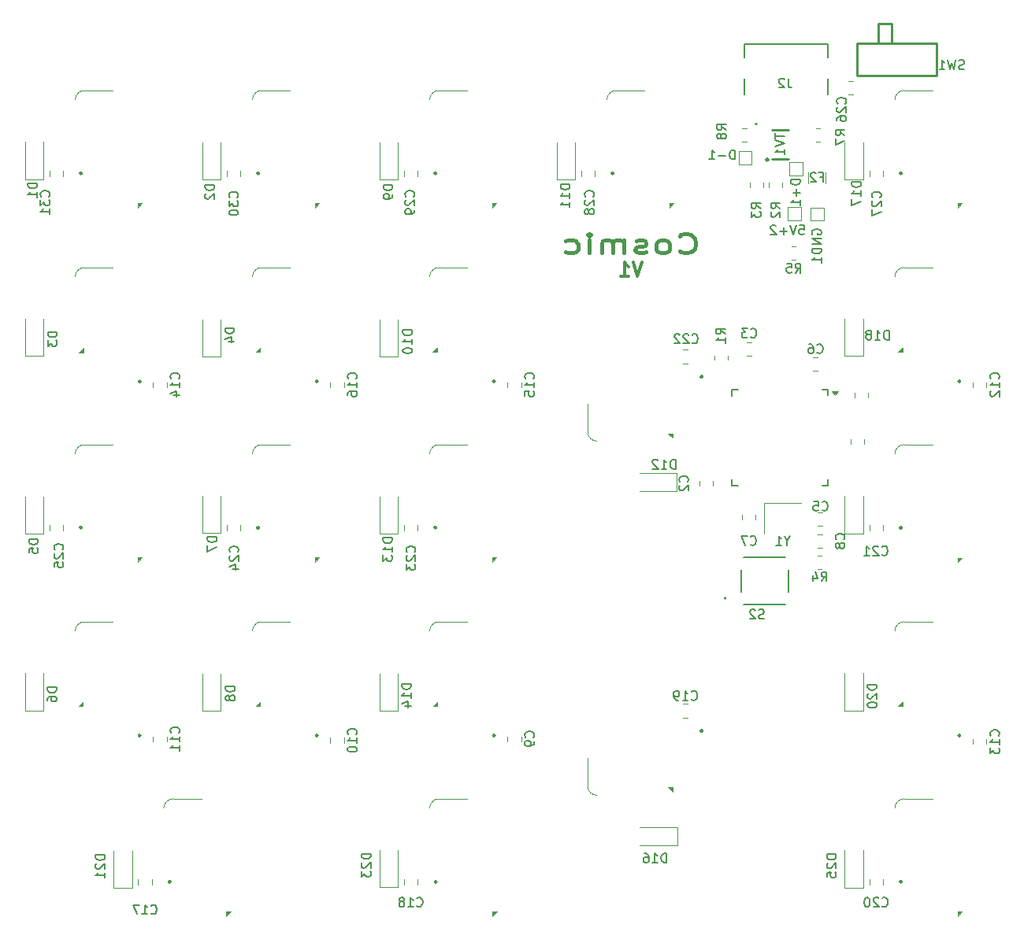
<source format=gbr>
%TF.GenerationSoftware,KiCad,Pcbnew,8.0.6*%
%TF.CreationDate,2024-11-30T15:29:51-05:00*%
%TF.ProjectId,keyboard,6b657962-6f61-4726-942e-6b696361645f,rev?*%
%TF.SameCoordinates,Original*%
%TF.FileFunction,Legend,Bot*%
%TF.FilePolarity,Positive*%
%FSLAX46Y46*%
G04 Gerber Fmt 4.6, Leading zero omitted, Abs format (unit mm)*
G04 Created by KiCad (PCBNEW 8.0.6) date 2024-11-30 15:29:51*
%MOMM*%
%LPD*%
G01*
G04 APERTURE LIST*
%ADD10C,0.381000*%
%ADD11C,0.300000*%
%ADD12C,0.150000*%
%ADD13C,0.120000*%
%ADD14C,0.254000*%
%ADD15C,0.127000*%
%ADD16C,0.200000*%
G04 APERTURE END LIST*
D10*
X229694333Y-81529186D02*
X229827381Y-81625948D01*
X229827381Y-81625948D02*
X230226523Y-81722709D01*
X230226523Y-81722709D02*
X230492619Y-81722709D01*
X230492619Y-81722709D02*
X230891762Y-81625948D01*
X230891762Y-81625948D02*
X231157857Y-81432424D01*
X231157857Y-81432424D02*
X231290904Y-81238900D01*
X231290904Y-81238900D02*
X231423952Y-80851852D01*
X231423952Y-80851852D02*
X231423952Y-80561567D01*
X231423952Y-80561567D02*
X231290904Y-80174519D01*
X231290904Y-80174519D02*
X231157857Y-79980995D01*
X231157857Y-79980995D02*
X230891762Y-79787471D01*
X230891762Y-79787471D02*
X230492619Y-79690709D01*
X230492619Y-79690709D02*
X230226523Y-79690709D01*
X230226523Y-79690709D02*
X229827381Y-79787471D01*
X229827381Y-79787471D02*
X229694333Y-79884233D01*
X228097762Y-81722709D02*
X228363857Y-81625948D01*
X228363857Y-81625948D02*
X228496904Y-81529186D01*
X228496904Y-81529186D02*
X228629952Y-81335662D01*
X228629952Y-81335662D02*
X228629952Y-80755090D01*
X228629952Y-80755090D02*
X228496904Y-80561567D01*
X228496904Y-80561567D02*
X228363857Y-80464805D01*
X228363857Y-80464805D02*
X228097762Y-80368043D01*
X228097762Y-80368043D02*
X227698619Y-80368043D01*
X227698619Y-80368043D02*
X227432523Y-80464805D01*
X227432523Y-80464805D02*
X227299476Y-80561567D01*
X227299476Y-80561567D02*
X227166428Y-80755090D01*
X227166428Y-80755090D02*
X227166428Y-81335662D01*
X227166428Y-81335662D02*
X227299476Y-81529186D01*
X227299476Y-81529186D02*
X227432523Y-81625948D01*
X227432523Y-81625948D02*
X227698619Y-81722709D01*
X227698619Y-81722709D02*
X228097762Y-81722709D01*
X226102047Y-81625948D02*
X225835952Y-81722709D01*
X225835952Y-81722709D02*
X225303761Y-81722709D01*
X225303761Y-81722709D02*
X225037666Y-81625948D01*
X225037666Y-81625948D02*
X224904618Y-81432424D01*
X224904618Y-81432424D02*
X224904618Y-81335662D01*
X224904618Y-81335662D02*
X225037666Y-81142138D01*
X225037666Y-81142138D02*
X225303761Y-81045376D01*
X225303761Y-81045376D02*
X225702904Y-81045376D01*
X225702904Y-81045376D02*
X225968999Y-80948614D01*
X225968999Y-80948614D02*
X226102047Y-80755090D01*
X226102047Y-80755090D02*
X226102047Y-80658328D01*
X226102047Y-80658328D02*
X225968999Y-80464805D01*
X225968999Y-80464805D02*
X225702904Y-80368043D01*
X225702904Y-80368043D02*
X225303761Y-80368043D01*
X225303761Y-80368043D02*
X225037666Y-80464805D01*
X223707189Y-81722709D02*
X223707189Y-80368043D01*
X223707189Y-80561567D02*
X223574142Y-80464805D01*
X223574142Y-80464805D02*
X223308047Y-80368043D01*
X223308047Y-80368043D02*
X222908904Y-80368043D01*
X222908904Y-80368043D02*
X222642808Y-80464805D01*
X222642808Y-80464805D02*
X222509761Y-80658328D01*
X222509761Y-80658328D02*
X222509761Y-81722709D01*
X222509761Y-80658328D02*
X222376713Y-80464805D01*
X222376713Y-80464805D02*
X222110618Y-80368043D01*
X222110618Y-80368043D02*
X221711475Y-80368043D01*
X221711475Y-80368043D02*
X221445380Y-80464805D01*
X221445380Y-80464805D02*
X221312332Y-80658328D01*
X221312332Y-80658328D02*
X221312332Y-81722709D01*
X219981856Y-81722709D02*
X219981856Y-80368043D01*
X219981856Y-79690709D02*
X220114904Y-79787471D01*
X220114904Y-79787471D02*
X219981856Y-79884233D01*
X219981856Y-79884233D02*
X219848809Y-79787471D01*
X219848809Y-79787471D02*
X219981856Y-79690709D01*
X219981856Y-79690709D02*
X219981856Y-79884233D01*
X217453952Y-81625948D02*
X217720047Y-81722709D01*
X217720047Y-81722709D02*
X218252238Y-81722709D01*
X218252238Y-81722709D02*
X218518333Y-81625948D01*
X218518333Y-81625948D02*
X218651380Y-81529186D01*
X218651380Y-81529186D02*
X218784428Y-81335662D01*
X218784428Y-81335662D02*
X218784428Y-80755090D01*
X218784428Y-80755090D02*
X218651380Y-80561567D01*
X218651380Y-80561567D02*
X218518333Y-80464805D01*
X218518333Y-80464805D02*
X218252238Y-80368043D01*
X218252238Y-80368043D02*
X217720047Y-80368043D01*
X217720047Y-80368043D02*
X217453952Y-80464805D01*
D11*
X225686574Y-82752028D02*
X225186574Y-84252028D01*
X225186574Y-84252028D02*
X224686574Y-82752028D01*
X223400860Y-84252028D02*
X224258003Y-84252028D01*
X223829432Y-84252028D02*
X223829432Y-82752028D01*
X223829432Y-82752028D02*
X223972289Y-82966314D01*
X223972289Y-82966314D02*
X224115146Y-83109171D01*
X224115146Y-83109171D02*
X224258003Y-83180600D01*
D12*
X179954819Y-112261905D02*
X178954819Y-112261905D01*
X178954819Y-112261905D02*
X178954819Y-112500000D01*
X178954819Y-112500000D02*
X179002438Y-112642857D01*
X179002438Y-112642857D02*
X179097676Y-112738095D01*
X179097676Y-112738095D02*
X179192914Y-112785714D01*
X179192914Y-112785714D02*
X179383390Y-112833333D01*
X179383390Y-112833333D02*
X179526247Y-112833333D01*
X179526247Y-112833333D02*
X179716723Y-112785714D01*
X179716723Y-112785714D02*
X179811961Y-112738095D01*
X179811961Y-112738095D02*
X179907200Y-112642857D01*
X179907200Y-112642857D02*
X179954819Y-112500000D01*
X179954819Y-112500000D02*
X179954819Y-112261905D01*
X178954819Y-113166667D02*
X178954819Y-113833333D01*
X178954819Y-113833333D02*
X179954819Y-113404762D01*
X244808333Y-73562259D02*
X245141666Y-73562259D01*
X245141666Y-74086069D02*
X245141666Y-73086069D01*
X245141666Y-73086069D02*
X244665476Y-73086069D01*
X244332142Y-73181307D02*
X244284523Y-73133688D01*
X244284523Y-73133688D02*
X244189285Y-73086069D01*
X244189285Y-73086069D02*
X243951190Y-73086069D01*
X243951190Y-73086069D02*
X243855952Y-73133688D01*
X243855952Y-73133688D02*
X243808333Y-73181307D01*
X243808333Y-73181307D02*
X243760714Y-73276545D01*
X243760714Y-73276545D02*
X243760714Y-73371783D01*
X243760714Y-73371783D02*
X243808333Y-73514640D01*
X243808333Y-73514640D02*
X244379761Y-74086069D01*
X244379761Y-74086069D02*
X243760714Y-74086069D01*
X241276190Y-112703628D02*
X241276190Y-113179819D01*
X241609523Y-112179819D02*
X241276190Y-112703628D01*
X241276190Y-112703628D02*
X240942857Y-112179819D01*
X240085714Y-113179819D02*
X240657142Y-113179819D01*
X240371428Y-113179819D02*
X240371428Y-112179819D01*
X240371428Y-112179819D02*
X240466666Y-112322676D01*
X240466666Y-112322676D02*
X240561904Y-112417914D01*
X240561904Y-112417914D02*
X240657142Y-112465533D01*
X194920830Y-133500892D02*
X194968450Y-133453273D01*
X194968450Y-133453273D02*
X195016069Y-133310416D01*
X195016069Y-133310416D02*
X195016069Y-133215178D01*
X195016069Y-133215178D02*
X194968450Y-133072321D01*
X194968450Y-133072321D02*
X194873211Y-132977083D01*
X194873211Y-132977083D02*
X194777973Y-132929464D01*
X194777973Y-132929464D02*
X194587497Y-132881845D01*
X194587497Y-132881845D02*
X194444640Y-132881845D01*
X194444640Y-132881845D02*
X194254164Y-132929464D01*
X194254164Y-132929464D02*
X194158926Y-132977083D01*
X194158926Y-132977083D02*
X194063688Y-133072321D01*
X194063688Y-133072321D02*
X194016069Y-133215178D01*
X194016069Y-133215178D02*
X194016069Y-133310416D01*
X194016069Y-133310416D02*
X194063688Y-133453273D01*
X194063688Y-133453273D02*
X194111307Y-133500892D01*
X195016069Y-134453273D02*
X195016069Y-133881845D01*
X195016069Y-134167559D02*
X194016069Y-134167559D01*
X194016069Y-134167559D02*
X194158926Y-134072321D01*
X194158926Y-134072321D02*
X194254164Y-133977083D01*
X194254164Y-133977083D02*
X194301783Y-133881845D01*
X194016069Y-135072321D02*
X194016069Y-135167559D01*
X194016069Y-135167559D02*
X194063688Y-135262797D01*
X194063688Y-135262797D02*
X194111307Y-135310416D01*
X194111307Y-135310416D02*
X194206545Y-135358035D01*
X194206545Y-135358035D02*
X194397021Y-135405654D01*
X194397021Y-135405654D02*
X194635116Y-135405654D01*
X194635116Y-135405654D02*
X194825592Y-135358035D01*
X194825592Y-135358035D02*
X194920830Y-135310416D01*
X194920830Y-135310416D02*
X194968450Y-135262797D01*
X194968450Y-135262797D02*
X195016069Y-135167559D01*
X195016069Y-135167559D02*
X195016069Y-135072321D01*
X195016069Y-135072321D02*
X194968450Y-134977083D01*
X194968450Y-134977083D02*
X194920830Y-134929464D01*
X194920830Y-134929464D02*
X194825592Y-134881845D01*
X194825592Y-134881845D02*
X194635116Y-134834226D01*
X194635116Y-134834226D02*
X194397021Y-134834226D01*
X194397021Y-134834226D02*
X194206545Y-134881845D01*
X194206545Y-134881845D02*
X194111307Y-134929464D01*
X194111307Y-134929464D02*
X194063688Y-134977083D01*
X194063688Y-134977083D02*
X194016069Y-135072321D01*
X244485416Y-92434580D02*
X244533035Y-92482200D01*
X244533035Y-92482200D02*
X244675892Y-92529819D01*
X244675892Y-92529819D02*
X244771130Y-92529819D01*
X244771130Y-92529819D02*
X244913987Y-92482200D01*
X244913987Y-92482200D02*
X245009225Y-92386961D01*
X245009225Y-92386961D02*
X245056844Y-92291723D01*
X245056844Y-92291723D02*
X245104463Y-92101247D01*
X245104463Y-92101247D02*
X245104463Y-91958390D01*
X245104463Y-91958390D02*
X245056844Y-91767914D01*
X245056844Y-91767914D02*
X245009225Y-91672676D01*
X245009225Y-91672676D02*
X244913987Y-91577438D01*
X244913987Y-91577438D02*
X244771130Y-91529819D01*
X244771130Y-91529819D02*
X244675892Y-91529819D01*
X244675892Y-91529819D02*
X244533035Y-91577438D01*
X244533035Y-91577438D02*
X244485416Y-91625057D01*
X243628273Y-91529819D02*
X243818749Y-91529819D01*
X243818749Y-91529819D02*
X243913987Y-91577438D01*
X243913987Y-91577438D02*
X243961606Y-91625057D01*
X243961606Y-91625057D02*
X244056844Y-91767914D01*
X244056844Y-91767914D02*
X244104463Y-91958390D01*
X244104463Y-91958390D02*
X244104463Y-92339342D01*
X244104463Y-92339342D02*
X244056844Y-92434580D01*
X244056844Y-92434580D02*
X244009225Y-92482200D01*
X244009225Y-92482200D02*
X243913987Y-92529819D01*
X243913987Y-92529819D02*
X243723511Y-92529819D01*
X243723511Y-92529819D02*
X243628273Y-92482200D01*
X243628273Y-92482200D02*
X243580654Y-92434580D01*
X243580654Y-92434580D02*
X243533035Y-92339342D01*
X243533035Y-92339342D02*
X243533035Y-92101247D01*
X243533035Y-92101247D02*
X243580654Y-92006009D01*
X243580654Y-92006009D02*
X243628273Y-91958390D01*
X243628273Y-91958390D02*
X243723511Y-91910771D01*
X243723511Y-91910771D02*
X243913987Y-91910771D01*
X243913987Y-91910771D02*
X244009225Y-91958390D01*
X244009225Y-91958390D02*
X244056844Y-92006009D01*
X244056844Y-92006009D02*
X244104463Y-92101247D01*
X234611069Y-90439583D02*
X234134878Y-90106250D01*
X234611069Y-89868155D02*
X233611069Y-89868155D01*
X233611069Y-89868155D02*
X233611069Y-90249107D01*
X233611069Y-90249107D02*
X233658688Y-90344345D01*
X233658688Y-90344345D02*
X233706307Y-90391964D01*
X233706307Y-90391964D02*
X233801545Y-90439583D01*
X233801545Y-90439583D02*
X233944402Y-90439583D01*
X233944402Y-90439583D02*
X234039640Y-90391964D01*
X234039640Y-90391964D02*
X234087259Y-90344345D01*
X234087259Y-90344345D02*
X234134878Y-90249107D01*
X234134878Y-90249107D02*
X234134878Y-89868155D01*
X234611069Y-91391964D02*
X234611069Y-90820536D01*
X234611069Y-91106250D02*
X233611069Y-91106250D01*
X233611069Y-91106250D02*
X233753926Y-91011012D01*
X233753926Y-91011012D02*
X233849164Y-90915774D01*
X233849164Y-90915774D02*
X233896783Y-90820536D01*
X201209580Y-113907142D02*
X201257200Y-113859523D01*
X201257200Y-113859523D02*
X201304819Y-113716666D01*
X201304819Y-113716666D02*
X201304819Y-113621428D01*
X201304819Y-113621428D02*
X201257200Y-113478571D01*
X201257200Y-113478571D02*
X201161961Y-113383333D01*
X201161961Y-113383333D02*
X201066723Y-113335714D01*
X201066723Y-113335714D02*
X200876247Y-113288095D01*
X200876247Y-113288095D02*
X200733390Y-113288095D01*
X200733390Y-113288095D02*
X200542914Y-113335714D01*
X200542914Y-113335714D02*
X200447676Y-113383333D01*
X200447676Y-113383333D02*
X200352438Y-113478571D01*
X200352438Y-113478571D02*
X200304819Y-113621428D01*
X200304819Y-113621428D02*
X200304819Y-113716666D01*
X200304819Y-113716666D02*
X200352438Y-113859523D01*
X200352438Y-113859523D02*
X200400057Y-113907142D01*
X200400057Y-114288095D02*
X200352438Y-114335714D01*
X200352438Y-114335714D02*
X200304819Y-114430952D01*
X200304819Y-114430952D02*
X200304819Y-114669047D01*
X200304819Y-114669047D02*
X200352438Y-114764285D01*
X200352438Y-114764285D02*
X200400057Y-114811904D01*
X200400057Y-114811904D02*
X200495295Y-114859523D01*
X200495295Y-114859523D02*
X200590533Y-114859523D01*
X200590533Y-114859523D02*
X200733390Y-114811904D01*
X200733390Y-114811904D02*
X201304819Y-114240476D01*
X201304819Y-114240476D02*
X201304819Y-114859523D01*
X200304819Y-115192857D02*
X200304819Y-115811904D01*
X200304819Y-115811904D02*
X200685771Y-115478571D01*
X200685771Y-115478571D02*
X200685771Y-115621428D01*
X200685771Y-115621428D02*
X200733390Y-115716666D01*
X200733390Y-115716666D02*
X200781009Y-115764285D01*
X200781009Y-115764285D02*
X200876247Y-115811904D01*
X200876247Y-115811904D02*
X201114342Y-115811904D01*
X201114342Y-115811904D02*
X201209580Y-115764285D01*
X201209580Y-115764285D02*
X201257200Y-115716666D01*
X201257200Y-115716666D02*
X201304819Y-115621428D01*
X201304819Y-115621428D02*
X201304819Y-115335714D01*
X201304819Y-115335714D02*
X201257200Y-115240476D01*
X201257200Y-115240476D02*
X201209580Y-115192857D01*
X229264285Y-104954819D02*
X229264285Y-103954819D01*
X229264285Y-103954819D02*
X229026190Y-103954819D01*
X229026190Y-103954819D02*
X228883333Y-104002438D01*
X228883333Y-104002438D02*
X228788095Y-104097676D01*
X228788095Y-104097676D02*
X228740476Y-104192914D01*
X228740476Y-104192914D02*
X228692857Y-104383390D01*
X228692857Y-104383390D02*
X228692857Y-104526247D01*
X228692857Y-104526247D02*
X228740476Y-104716723D01*
X228740476Y-104716723D02*
X228788095Y-104811961D01*
X228788095Y-104811961D02*
X228883333Y-104907200D01*
X228883333Y-104907200D02*
X229026190Y-104954819D01*
X229026190Y-104954819D02*
X229264285Y-104954819D01*
X227740476Y-104954819D02*
X228311904Y-104954819D01*
X228026190Y-104954819D02*
X228026190Y-103954819D01*
X228026190Y-103954819D02*
X228121428Y-104097676D01*
X228121428Y-104097676D02*
X228216666Y-104192914D01*
X228216666Y-104192914D02*
X228311904Y-104240533D01*
X227359523Y-104050057D02*
X227311904Y-104002438D01*
X227311904Y-104002438D02*
X227216666Y-103954819D01*
X227216666Y-103954819D02*
X226978571Y-103954819D01*
X226978571Y-103954819D02*
X226883333Y-104002438D01*
X226883333Y-104002438D02*
X226835714Y-104050057D01*
X226835714Y-104050057D02*
X226788095Y-104145295D01*
X226788095Y-104145295D02*
X226788095Y-104240533D01*
X226788095Y-104240533D02*
X226835714Y-104383390D01*
X226835714Y-104383390D02*
X227407142Y-104954819D01*
X227407142Y-104954819D02*
X226788095Y-104954819D01*
X181904819Y-128361905D02*
X180904819Y-128361905D01*
X180904819Y-128361905D02*
X180904819Y-128600000D01*
X180904819Y-128600000D02*
X180952438Y-128742857D01*
X180952438Y-128742857D02*
X181047676Y-128838095D01*
X181047676Y-128838095D02*
X181142914Y-128885714D01*
X181142914Y-128885714D02*
X181333390Y-128933333D01*
X181333390Y-128933333D02*
X181476247Y-128933333D01*
X181476247Y-128933333D02*
X181666723Y-128885714D01*
X181666723Y-128885714D02*
X181761961Y-128838095D01*
X181761961Y-128838095D02*
X181857200Y-128742857D01*
X181857200Y-128742857D02*
X181904819Y-128600000D01*
X181904819Y-128600000D02*
X181904819Y-128361905D01*
X181333390Y-129504762D02*
X181285771Y-129409524D01*
X181285771Y-129409524D02*
X181238152Y-129361905D01*
X181238152Y-129361905D02*
X181142914Y-129314286D01*
X181142914Y-129314286D02*
X181095295Y-129314286D01*
X181095295Y-129314286D02*
X181000057Y-129361905D01*
X181000057Y-129361905D02*
X180952438Y-129409524D01*
X180952438Y-129409524D02*
X180904819Y-129504762D01*
X180904819Y-129504762D02*
X180904819Y-129695238D01*
X180904819Y-129695238D02*
X180952438Y-129790476D01*
X180952438Y-129790476D02*
X181000057Y-129838095D01*
X181000057Y-129838095D02*
X181095295Y-129885714D01*
X181095295Y-129885714D02*
X181142914Y-129885714D01*
X181142914Y-129885714D02*
X181238152Y-129838095D01*
X181238152Y-129838095D02*
X181285771Y-129790476D01*
X181285771Y-129790476D02*
X181333390Y-129695238D01*
X181333390Y-129695238D02*
X181333390Y-129504762D01*
X181333390Y-129504762D02*
X181381009Y-129409524D01*
X181381009Y-129409524D02*
X181428628Y-129361905D01*
X181428628Y-129361905D02*
X181523866Y-129314286D01*
X181523866Y-129314286D02*
X181714342Y-129314286D01*
X181714342Y-129314286D02*
X181809580Y-129361905D01*
X181809580Y-129361905D02*
X181857200Y-129409524D01*
X181857200Y-129409524D02*
X181904819Y-129504762D01*
X181904819Y-129504762D02*
X181904819Y-129695238D01*
X181904819Y-129695238D02*
X181857200Y-129790476D01*
X181857200Y-129790476D02*
X181809580Y-129838095D01*
X181809580Y-129838095D02*
X181714342Y-129885714D01*
X181714342Y-129885714D02*
X181523866Y-129885714D01*
X181523866Y-129885714D02*
X181428628Y-129838095D01*
X181428628Y-129838095D02*
X181381009Y-129790476D01*
X181381009Y-129790476D02*
X181333390Y-129695238D01*
X194920830Y-95244642D02*
X194968450Y-95197023D01*
X194968450Y-95197023D02*
X195016069Y-95054166D01*
X195016069Y-95054166D02*
X195016069Y-94958928D01*
X195016069Y-94958928D02*
X194968450Y-94816071D01*
X194968450Y-94816071D02*
X194873211Y-94720833D01*
X194873211Y-94720833D02*
X194777973Y-94673214D01*
X194777973Y-94673214D02*
X194587497Y-94625595D01*
X194587497Y-94625595D02*
X194444640Y-94625595D01*
X194444640Y-94625595D02*
X194254164Y-94673214D01*
X194254164Y-94673214D02*
X194158926Y-94720833D01*
X194158926Y-94720833D02*
X194063688Y-94816071D01*
X194063688Y-94816071D02*
X194016069Y-94958928D01*
X194016069Y-94958928D02*
X194016069Y-95054166D01*
X194016069Y-95054166D02*
X194063688Y-95197023D01*
X194063688Y-95197023D02*
X194111307Y-95244642D01*
X195016069Y-96197023D02*
X195016069Y-95625595D01*
X195016069Y-95911309D02*
X194016069Y-95911309D01*
X194016069Y-95911309D02*
X194158926Y-95816071D01*
X194158926Y-95816071D02*
X194254164Y-95720833D01*
X194254164Y-95720833D02*
X194301783Y-95625595D01*
X194016069Y-97054166D02*
X194016069Y-96863690D01*
X194016069Y-96863690D02*
X194063688Y-96768452D01*
X194063688Y-96768452D02*
X194111307Y-96720833D01*
X194111307Y-96720833D02*
X194254164Y-96625595D01*
X194254164Y-96625595D02*
X194444640Y-96577976D01*
X194444640Y-96577976D02*
X194825592Y-96577976D01*
X194825592Y-96577976D02*
X194920830Y-96625595D01*
X194920830Y-96625595D02*
X194968450Y-96673214D01*
X194968450Y-96673214D02*
X195016069Y-96768452D01*
X195016069Y-96768452D02*
X195016069Y-96958928D01*
X195016069Y-96958928D02*
X194968450Y-97054166D01*
X194968450Y-97054166D02*
X194920830Y-97101785D01*
X194920830Y-97101785D02*
X194825592Y-97149404D01*
X194825592Y-97149404D02*
X194587497Y-97149404D01*
X194587497Y-97149404D02*
X194492259Y-97101785D01*
X194492259Y-97101785D02*
X194444640Y-97054166D01*
X194444640Y-97054166D02*
X194397021Y-96958928D01*
X194397021Y-96958928D02*
X194397021Y-96768452D01*
X194397021Y-96768452D02*
X194444640Y-96673214D01*
X194444640Y-96673214D02*
X194492259Y-96625595D01*
X194492259Y-96625595D02*
X194587497Y-96577976D01*
X181842319Y-89811905D02*
X180842319Y-89811905D01*
X180842319Y-89811905D02*
X180842319Y-90050000D01*
X180842319Y-90050000D02*
X180889938Y-90192857D01*
X180889938Y-90192857D02*
X180985176Y-90288095D01*
X180985176Y-90288095D02*
X181080414Y-90335714D01*
X181080414Y-90335714D02*
X181270890Y-90383333D01*
X181270890Y-90383333D02*
X181413747Y-90383333D01*
X181413747Y-90383333D02*
X181604223Y-90335714D01*
X181604223Y-90335714D02*
X181699461Y-90288095D01*
X181699461Y-90288095D02*
X181794700Y-90192857D01*
X181794700Y-90192857D02*
X181842319Y-90050000D01*
X181842319Y-90050000D02*
X181842319Y-89811905D01*
X181175652Y-91240476D02*
X181842319Y-91240476D01*
X180794700Y-91002381D02*
X181508985Y-90764286D01*
X181508985Y-90764286D02*
X181508985Y-91383333D01*
X172886607Y-152759580D02*
X172934226Y-152807200D01*
X172934226Y-152807200D02*
X173077083Y-152854819D01*
X173077083Y-152854819D02*
X173172321Y-152854819D01*
X173172321Y-152854819D02*
X173315178Y-152807200D01*
X173315178Y-152807200D02*
X173410416Y-152711961D01*
X173410416Y-152711961D02*
X173458035Y-152616723D01*
X173458035Y-152616723D02*
X173505654Y-152426247D01*
X173505654Y-152426247D02*
X173505654Y-152283390D01*
X173505654Y-152283390D02*
X173458035Y-152092914D01*
X173458035Y-152092914D02*
X173410416Y-151997676D01*
X173410416Y-151997676D02*
X173315178Y-151902438D01*
X173315178Y-151902438D02*
X173172321Y-151854819D01*
X173172321Y-151854819D02*
X173077083Y-151854819D01*
X173077083Y-151854819D02*
X172934226Y-151902438D01*
X172934226Y-151902438D02*
X172886607Y-151950057D01*
X171934226Y-152854819D02*
X172505654Y-152854819D01*
X172219940Y-152854819D02*
X172219940Y-151854819D01*
X172219940Y-151854819D02*
X172315178Y-151997676D01*
X172315178Y-151997676D02*
X172410416Y-152092914D01*
X172410416Y-152092914D02*
X172505654Y-152140533D01*
X171600892Y-151854819D02*
X170934226Y-151854819D01*
X170934226Y-151854819D02*
X171362797Y-152854819D01*
X263977080Y-133657142D02*
X264024700Y-133609523D01*
X264024700Y-133609523D02*
X264072319Y-133466666D01*
X264072319Y-133466666D02*
X264072319Y-133371428D01*
X264072319Y-133371428D02*
X264024700Y-133228571D01*
X264024700Y-133228571D02*
X263929461Y-133133333D01*
X263929461Y-133133333D02*
X263834223Y-133085714D01*
X263834223Y-133085714D02*
X263643747Y-133038095D01*
X263643747Y-133038095D02*
X263500890Y-133038095D01*
X263500890Y-133038095D02*
X263310414Y-133085714D01*
X263310414Y-133085714D02*
X263215176Y-133133333D01*
X263215176Y-133133333D02*
X263119938Y-133228571D01*
X263119938Y-133228571D02*
X263072319Y-133371428D01*
X263072319Y-133371428D02*
X263072319Y-133466666D01*
X263072319Y-133466666D02*
X263119938Y-133609523D01*
X263119938Y-133609523D02*
X263167557Y-133657142D01*
X264072319Y-134609523D02*
X264072319Y-134038095D01*
X264072319Y-134323809D02*
X263072319Y-134323809D01*
X263072319Y-134323809D02*
X263215176Y-134228571D01*
X263215176Y-134228571D02*
X263310414Y-134133333D01*
X263310414Y-134133333D02*
X263358033Y-134038095D01*
X263072319Y-134942857D02*
X263072319Y-135561904D01*
X263072319Y-135561904D02*
X263453271Y-135228571D01*
X263453271Y-135228571D02*
X263453271Y-135371428D01*
X263453271Y-135371428D02*
X263500890Y-135466666D01*
X263500890Y-135466666D02*
X263548509Y-135514285D01*
X263548509Y-135514285D02*
X263643747Y-135561904D01*
X263643747Y-135561904D02*
X263881842Y-135561904D01*
X263881842Y-135561904D02*
X263977080Y-135514285D01*
X263977080Y-135514285D02*
X264024700Y-135466666D01*
X264024700Y-135466666D02*
X264072319Y-135371428D01*
X264072319Y-135371428D02*
X264072319Y-135085714D01*
X264072319Y-135085714D02*
X264024700Y-134990476D01*
X264024700Y-134990476D02*
X263977080Y-134942857D01*
X237341666Y-90754580D02*
X237389285Y-90802200D01*
X237389285Y-90802200D02*
X237532142Y-90849819D01*
X237532142Y-90849819D02*
X237627380Y-90849819D01*
X237627380Y-90849819D02*
X237770237Y-90802200D01*
X237770237Y-90802200D02*
X237865475Y-90706961D01*
X237865475Y-90706961D02*
X237913094Y-90611723D01*
X237913094Y-90611723D02*
X237960713Y-90421247D01*
X237960713Y-90421247D02*
X237960713Y-90278390D01*
X237960713Y-90278390D02*
X237913094Y-90087914D01*
X237913094Y-90087914D02*
X237865475Y-89992676D01*
X237865475Y-89992676D02*
X237770237Y-89897438D01*
X237770237Y-89897438D02*
X237627380Y-89849819D01*
X237627380Y-89849819D02*
X237532142Y-89849819D01*
X237532142Y-89849819D02*
X237389285Y-89897438D01*
X237389285Y-89897438D02*
X237341666Y-89945057D01*
X237008332Y-89849819D02*
X236389285Y-89849819D01*
X236389285Y-89849819D02*
X236722618Y-90230771D01*
X236722618Y-90230771D02*
X236579761Y-90230771D01*
X236579761Y-90230771D02*
X236484523Y-90278390D01*
X236484523Y-90278390D02*
X236436904Y-90326009D01*
X236436904Y-90326009D02*
X236389285Y-90421247D01*
X236389285Y-90421247D02*
X236389285Y-90659342D01*
X236389285Y-90659342D02*
X236436904Y-90754580D01*
X236436904Y-90754580D02*
X236484523Y-90802200D01*
X236484523Y-90802200D02*
X236579761Y-90849819D01*
X236579761Y-90849819D02*
X236865475Y-90849819D01*
X236865475Y-90849819D02*
X236960713Y-90802200D01*
X236960713Y-90802200D02*
X237008332Y-90754580D01*
X241379333Y-62954819D02*
X241379333Y-63669104D01*
X241379333Y-63669104D02*
X241426952Y-63811961D01*
X241426952Y-63811961D02*
X241522190Y-63907200D01*
X241522190Y-63907200D02*
X241665047Y-63954819D01*
X241665047Y-63954819D02*
X241760285Y-63954819D01*
X240950761Y-63050057D02*
X240903142Y-63002438D01*
X240903142Y-63002438D02*
X240807904Y-62954819D01*
X240807904Y-62954819D02*
X240569809Y-62954819D01*
X240569809Y-62954819D02*
X240474571Y-63002438D01*
X240474571Y-63002438D02*
X240426952Y-63050057D01*
X240426952Y-63050057D02*
X240379333Y-63145295D01*
X240379333Y-63145295D02*
X240379333Y-63240533D01*
X240379333Y-63240533D02*
X240426952Y-63383390D01*
X240426952Y-63383390D02*
X240998380Y-63954819D01*
X240998380Y-63954819D02*
X240379333Y-63954819D01*
X167936069Y-146485714D02*
X166936069Y-146485714D01*
X166936069Y-146485714D02*
X166936069Y-146723809D01*
X166936069Y-146723809D02*
X166983688Y-146866666D01*
X166983688Y-146866666D02*
X167078926Y-146961904D01*
X167078926Y-146961904D02*
X167174164Y-147009523D01*
X167174164Y-147009523D02*
X167364640Y-147057142D01*
X167364640Y-147057142D02*
X167507497Y-147057142D01*
X167507497Y-147057142D02*
X167697973Y-147009523D01*
X167697973Y-147009523D02*
X167793211Y-146961904D01*
X167793211Y-146961904D02*
X167888450Y-146866666D01*
X167888450Y-146866666D02*
X167936069Y-146723809D01*
X167936069Y-146723809D02*
X167936069Y-146485714D01*
X167031307Y-147438095D02*
X166983688Y-147485714D01*
X166983688Y-147485714D02*
X166936069Y-147580952D01*
X166936069Y-147580952D02*
X166936069Y-147819047D01*
X166936069Y-147819047D02*
X166983688Y-147914285D01*
X166983688Y-147914285D02*
X167031307Y-147961904D01*
X167031307Y-147961904D02*
X167126545Y-148009523D01*
X167126545Y-148009523D02*
X167221783Y-148009523D01*
X167221783Y-148009523D02*
X167364640Y-147961904D01*
X167364640Y-147961904D02*
X167936069Y-147390476D01*
X167936069Y-147390476D02*
X167936069Y-148009523D01*
X167936069Y-148961904D02*
X167936069Y-148390476D01*
X167936069Y-148676190D02*
X166936069Y-148676190D01*
X166936069Y-148676190D02*
X167078926Y-148580952D01*
X167078926Y-148580952D02*
X167174164Y-148485714D01*
X167174164Y-148485714D02*
X167221783Y-148390476D01*
X160754819Y-112511905D02*
X159754819Y-112511905D01*
X159754819Y-112511905D02*
X159754819Y-112750000D01*
X159754819Y-112750000D02*
X159802438Y-112892857D01*
X159802438Y-112892857D02*
X159897676Y-112988095D01*
X159897676Y-112988095D02*
X159992914Y-113035714D01*
X159992914Y-113035714D02*
X160183390Y-113083333D01*
X160183390Y-113083333D02*
X160326247Y-113083333D01*
X160326247Y-113083333D02*
X160516723Y-113035714D01*
X160516723Y-113035714D02*
X160611961Y-112988095D01*
X160611961Y-112988095D02*
X160707200Y-112892857D01*
X160707200Y-112892857D02*
X160754819Y-112750000D01*
X160754819Y-112750000D02*
X160754819Y-112511905D01*
X159754819Y-113988095D02*
X159754819Y-113511905D01*
X159754819Y-113511905D02*
X160231009Y-113464286D01*
X160231009Y-113464286D02*
X160183390Y-113511905D01*
X160183390Y-113511905D02*
X160135771Y-113607143D01*
X160135771Y-113607143D02*
X160135771Y-113845238D01*
X160135771Y-113845238D02*
X160183390Y-113940476D01*
X160183390Y-113940476D02*
X160231009Y-113988095D01*
X160231009Y-113988095D02*
X160326247Y-114035714D01*
X160326247Y-114035714D02*
X160564342Y-114035714D01*
X160564342Y-114035714D02*
X160659580Y-113988095D01*
X160659580Y-113988095D02*
X160707200Y-113940476D01*
X160707200Y-113940476D02*
X160754819Y-113845238D01*
X160754819Y-113845238D02*
X160754819Y-113607143D01*
X160754819Y-113607143D02*
X160707200Y-113511905D01*
X160707200Y-113511905D02*
X160659580Y-113464286D01*
X247509580Y-65657142D02*
X247557200Y-65609523D01*
X247557200Y-65609523D02*
X247604819Y-65466666D01*
X247604819Y-65466666D02*
X247604819Y-65371428D01*
X247604819Y-65371428D02*
X247557200Y-65228571D01*
X247557200Y-65228571D02*
X247461961Y-65133333D01*
X247461961Y-65133333D02*
X247366723Y-65085714D01*
X247366723Y-65085714D02*
X247176247Y-65038095D01*
X247176247Y-65038095D02*
X247033390Y-65038095D01*
X247033390Y-65038095D02*
X246842914Y-65085714D01*
X246842914Y-65085714D02*
X246747676Y-65133333D01*
X246747676Y-65133333D02*
X246652438Y-65228571D01*
X246652438Y-65228571D02*
X246604819Y-65371428D01*
X246604819Y-65371428D02*
X246604819Y-65466666D01*
X246604819Y-65466666D02*
X246652438Y-65609523D01*
X246652438Y-65609523D02*
X246700057Y-65657142D01*
X246700057Y-66038095D02*
X246652438Y-66085714D01*
X246652438Y-66085714D02*
X246604819Y-66180952D01*
X246604819Y-66180952D02*
X246604819Y-66419047D01*
X246604819Y-66419047D02*
X246652438Y-66514285D01*
X246652438Y-66514285D02*
X246700057Y-66561904D01*
X246700057Y-66561904D02*
X246795295Y-66609523D01*
X246795295Y-66609523D02*
X246890533Y-66609523D01*
X246890533Y-66609523D02*
X247033390Y-66561904D01*
X247033390Y-66561904D02*
X247604819Y-65990476D01*
X247604819Y-65990476D02*
X247604819Y-66609523D01*
X246604819Y-67466666D02*
X246604819Y-67276190D01*
X246604819Y-67276190D02*
X246652438Y-67180952D01*
X246652438Y-67180952D02*
X246700057Y-67133333D01*
X246700057Y-67133333D02*
X246842914Y-67038095D01*
X246842914Y-67038095D02*
X247033390Y-66990476D01*
X247033390Y-66990476D02*
X247414342Y-66990476D01*
X247414342Y-66990476D02*
X247509580Y-67038095D01*
X247509580Y-67038095D02*
X247557200Y-67085714D01*
X247557200Y-67085714D02*
X247604819Y-67180952D01*
X247604819Y-67180952D02*
X247604819Y-67371428D01*
X247604819Y-67371428D02*
X247557200Y-67466666D01*
X247557200Y-67466666D02*
X247509580Y-67514285D01*
X247509580Y-67514285D02*
X247414342Y-67561904D01*
X247414342Y-67561904D02*
X247176247Y-67561904D01*
X247176247Y-67561904D02*
X247081009Y-67514285D01*
X247081009Y-67514285D02*
X247033390Y-67466666D01*
X247033390Y-67466666D02*
X246985771Y-67371428D01*
X246985771Y-67371428D02*
X246985771Y-67180952D01*
X246985771Y-67180952D02*
X247033390Y-67085714D01*
X247033390Y-67085714D02*
X247081009Y-67038095D01*
X247081009Y-67038095D02*
X247176247Y-66990476D01*
X175870830Y-95244642D02*
X175918450Y-95197023D01*
X175918450Y-95197023D02*
X175966069Y-95054166D01*
X175966069Y-95054166D02*
X175966069Y-94958928D01*
X175966069Y-94958928D02*
X175918450Y-94816071D01*
X175918450Y-94816071D02*
X175823211Y-94720833D01*
X175823211Y-94720833D02*
X175727973Y-94673214D01*
X175727973Y-94673214D02*
X175537497Y-94625595D01*
X175537497Y-94625595D02*
X175394640Y-94625595D01*
X175394640Y-94625595D02*
X175204164Y-94673214D01*
X175204164Y-94673214D02*
X175108926Y-94720833D01*
X175108926Y-94720833D02*
X175013688Y-94816071D01*
X175013688Y-94816071D02*
X174966069Y-94958928D01*
X174966069Y-94958928D02*
X174966069Y-95054166D01*
X174966069Y-95054166D02*
X175013688Y-95197023D01*
X175013688Y-95197023D02*
X175061307Y-95244642D01*
X175966069Y-96197023D02*
X175966069Y-95625595D01*
X175966069Y-95911309D02*
X174966069Y-95911309D01*
X174966069Y-95911309D02*
X175108926Y-95816071D01*
X175108926Y-95816071D02*
X175204164Y-95720833D01*
X175204164Y-95720833D02*
X175251783Y-95625595D01*
X175299402Y-97054166D02*
X175966069Y-97054166D01*
X174918450Y-96816071D02*
X175632735Y-96577976D01*
X175632735Y-96577976D02*
X175632735Y-97197023D01*
X245016666Y-109359580D02*
X245064285Y-109407200D01*
X245064285Y-109407200D02*
X245207142Y-109454819D01*
X245207142Y-109454819D02*
X245302380Y-109454819D01*
X245302380Y-109454819D02*
X245445237Y-109407200D01*
X245445237Y-109407200D02*
X245540475Y-109311961D01*
X245540475Y-109311961D02*
X245588094Y-109216723D01*
X245588094Y-109216723D02*
X245635713Y-109026247D01*
X245635713Y-109026247D02*
X245635713Y-108883390D01*
X245635713Y-108883390D02*
X245588094Y-108692914D01*
X245588094Y-108692914D02*
X245540475Y-108597676D01*
X245540475Y-108597676D02*
X245445237Y-108502438D01*
X245445237Y-108502438D02*
X245302380Y-108454819D01*
X245302380Y-108454819D02*
X245207142Y-108454819D01*
X245207142Y-108454819D02*
X245064285Y-108502438D01*
X245064285Y-108502438D02*
X245016666Y-108550057D01*
X244111904Y-108454819D02*
X244588094Y-108454819D01*
X244588094Y-108454819D02*
X244635713Y-108931009D01*
X244635713Y-108931009D02*
X244588094Y-108883390D01*
X244588094Y-108883390D02*
X244492856Y-108835771D01*
X244492856Y-108835771D02*
X244254761Y-108835771D01*
X244254761Y-108835771D02*
X244159523Y-108883390D01*
X244159523Y-108883390D02*
X244111904Y-108931009D01*
X244111904Y-108931009D02*
X244064285Y-109026247D01*
X244064285Y-109026247D02*
X244064285Y-109264342D01*
X244064285Y-109264342D02*
X244111904Y-109359580D01*
X244111904Y-109359580D02*
X244159523Y-109407200D01*
X244159523Y-109407200D02*
X244254761Y-109454819D01*
X244254761Y-109454819D02*
X244492856Y-109454819D01*
X244492856Y-109454819D02*
X244588094Y-109407200D01*
X244588094Y-109407200D02*
X244635713Y-109359580D01*
X198854819Y-74411905D02*
X197854819Y-74411905D01*
X197854819Y-74411905D02*
X197854819Y-74650000D01*
X197854819Y-74650000D02*
X197902438Y-74792857D01*
X197902438Y-74792857D02*
X197997676Y-74888095D01*
X197997676Y-74888095D02*
X198092914Y-74935714D01*
X198092914Y-74935714D02*
X198283390Y-74983333D01*
X198283390Y-74983333D02*
X198426247Y-74983333D01*
X198426247Y-74983333D02*
X198616723Y-74935714D01*
X198616723Y-74935714D02*
X198711961Y-74888095D01*
X198711961Y-74888095D02*
X198807200Y-74792857D01*
X198807200Y-74792857D02*
X198854819Y-74650000D01*
X198854819Y-74650000D02*
X198854819Y-74411905D01*
X198854819Y-75459524D02*
X198854819Y-75650000D01*
X198854819Y-75650000D02*
X198807200Y-75745238D01*
X198807200Y-75745238D02*
X198759580Y-75792857D01*
X198759580Y-75792857D02*
X198616723Y-75888095D01*
X198616723Y-75888095D02*
X198426247Y-75935714D01*
X198426247Y-75935714D02*
X198045295Y-75935714D01*
X198045295Y-75935714D02*
X197950057Y-75888095D01*
X197950057Y-75888095D02*
X197902438Y-75840476D01*
X197902438Y-75840476D02*
X197854819Y-75745238D01*
X197854819Y-75745238D02*
X197854819Y-75554762D01*
X197854819Y-75554762D02*
X197902438Y-75459524D01*
X197902438Y-75459524D02*
X197950057Y-75411905D01*
X197950057Y-75411905D02*
X198045295Y-75364286D01*
X198045295Y-75364286D02*
X198283390Y-75364286D01*
X198283390Y-75364286D02*
X198378628Y-75411905D01*
X198378628Y-75411905D02*
X198426247Y-75459524D01*
X198426247Y-75459524D02*
X198473866Y-75554762D01*
X198473866Y-75554762D02*
X198473866Y-75745238D01*
X198473866Y-75745238D02*
X198426247Y-75840476D01*
X198426247Y-75840476D02*
X198378628Y-75888095D01*
X198378628Y-75888095D02*
X198283390Y-75935714D01*
X220409580Y-75657142D02*
X220457200Y-75609523D01*
X220457200Y-75609523D02*
X220504819Y-75466666D01*
X220504819Y-75466666D02*
X220504819Y-75371428D01*
X220504819Y-75371428D02*
X220457200Y-75228571D01*
X220457200Y-75228571D02*
X220361961Y-75133333D01*
X220361961Y-75133333D02*
X220266723Y-75085714D01*
X220266723Y-75085714D02*
X220076247Y-75038095D01*
X220076247Y-75038095D02*
X219933390Y-75038095D01*
X219933390Y-75038095D02*
X219742914Y-75085714D01*
X219742914Y-75085714D02*
X219647676Y-75133333D01*
X219647676Y-75133333D02*
X219552438Y-75228571D01*
X219552438Y-75228571D02*
X219504819Y-75371428D01*
X219504819Y-75371428D02*
X219504819Y-75466666D01*
X219504819Y-75466666D02*
X219552438Y-75609523D01*
X219552438Y-75609523D02*
X219600057Y-75657142D01*
X219600057Y-76038095D02*
X219552438Y-76085714D01*
X219552438Y-76085714D02*
X219504819Y-76180952D01*
X219504819Y-76180952D02*
X219504819Y-76419047D01*
X219504819Y-76419047D02*
X219552438Y-76514285D01*
X219552438Y-76514285D02*
X219600057Y-76561904D01*
X219600057Y-76561904D02*
X219695295Y-76609523D01*
X219695295Y-76609523D02*
X219790533Y-76609523D01*
X219790533Y-76609523D02*
X219933390Y-76561904D01*
X219933390Y-76561904D02*
X220504819Y-75990476D01*
X220504819Y-75990476D02*
X220504819Y-76609523D01*
X219933390Y-77180952D02*
X219885771Y-77085714D01*
X219885771Y-77085714D02*
X219838152Y-77038095D01*
X219838152Y-77038095D02*
X219742914Y-76990476D01*
X219742914Y-76990476D02*
X219695295Y-76990476D01*
X219695295Y-76990476D02*
X219600057Y-77038095D01*
X219600057Y-77038095D02*
X219552438Y-77085714D01*
X219552438Y-77085714D02*
X219504819Y-77180952D01*
X219504819Y-77180952D02*
X219504819Y-77371428D01*
X219504819Y-77371428D02*
X219552438Y-77466666D01*
X219552438Y-77466666D02*
X219600057Y-77514285D01*
X219600057Y-77514285D02*
X219695295Y-77561904D01*
X219695295Y-77561904D02*
X219742914Y-77561904D01*
X219742914Y-77561904D02*
X219838152Y-77514285D01*
X219838152Y-77514285D02*
X219885771Y-77466666D01*
X219885771Y-77466666D02*
X219933390Y-77371428D01*
X219933390Y-77371428D02*
X219933390Y-77180952D01*
X219933390Y-77180952D02*
X219981009Y-77085714D01*
X219981009Y-77085714D02*
X220028628Y-77038095D01*
X220028628Y-77038095D02*
X220123866Y-76990476D01*
X220123866Y-76990476D02*
X220314342Y-76990476D01*
X220314342Y-76990476D02*
X220409580Y-77038095D01*
X220409580Y-77038095D02*
X220457200Y-77085714D01*
X220457200Y-77085714D02*
X220504819Y-77180952D01*
X220504819Y-77180952D02*
X220504819Y-77371428D01*
X220504819Y-77371428D02*
X220457200Y-77466666D01*
X220457200Y-77466666D02*
X220409580Y-77514285D01*
X220409580Y-77514285D02*
X220314342Y-77561904D01*
X220314342Y-77561904D02*
X220123866Y-77561904D01*
X220123866Y-77561904D02*
X220028628Y-77514285D01*
X220028628Y-77514285D02*
X219981009Y-77466666D01*
X219981009Y-77466666D02*
X219933390Y-77371428D01*
X252214285Y-91054819D02*
X252214285Y-90054819D01*
X252214285Y-90054819D02*
X251976190Y-90054819D01*
X251976190Y-90054819D02*
X251833333Y-90102438D01*
X251833333Y-90102438D02*
X251738095Y-90197676D01*
X251738095Y-90197676D02*
X251690476Y-90292914D01*
X251690476Y-90292914D02*
X251642857Y-90483390D01*
X251642857Y-90483390D02*
X251642857Y-90626247D01*
X251642857Y-90626247D02*
X251690476Y-90816723D01*
X251690476Y-90816723D02*
X251738095Y-90911961D01*
X251738095Y-90911961D02*
X251833333Y-91007200D01*
X251833333Y-91007200D02*
X251976190Y-91054819D01*
X251976190Y-91054819D02*
X252214285Y-91054819D01*
X250690476Y-91054819D02*
X251261904Y-91054819D01*
X250976190Y-91054819D02*
X250976190Y-90054819D01*
X250976190Y-90054819D02*
X251071428Y-90197676D01*
X251071428Y-90197676D02*
X251166666Y-90292914D01*
X251166666Y-90292914D02*
X251261904Y-90340533D01*
X250119047Y-90483390D02*
X250214285Y-90435771D01*
X250214285Y-90435771D02*
X250261904Y-90388152D01*
X250261904Y-90388152D02*
X250309523Y-90292914D01*
X250309523Y-90292914D02*
X250309523Y-90245295D01*
X250309523Y-90245295D02*
X250261904Y-90150057D01*
X250261904Y-90150057D02*
X250214285Y-90102438D01*
X250214285Y-90102438D02*
X250119047Y-90054819D01*
X250119047Y-90054819D02*
X249928571Y-90054819D01*
X249928571Y-90054819D02*
X249833333Y-90102438D01*
X249833333Y-90102438D02*
X249785714Y-90150057D01*
X249785714Y-90150057D02*
X249738095Y-90245295D01*
X249738095Y-90245295D02*
X249738095Y-90292914D01*
X249738095Y-90292914D02*
X249785714Y-90388152D01*
X249785714Y-90388152D02*
X249833333Y-90435771D01*
X249833333Y-90435771D02*
X249928571Y-90483390D01*
X249928571Y-90483390D02*
X250119047Y-90483390D01*
X250119047Y-90483390D02*
X250214285Y-90531009D01*
X250214285Y-90531009D02*
X250261904Y-90578628D01*
X250261904Y-90578628D02*
X250309523Y-90673866D01*
X250309523Y-90673866D02*
X250309523Y-90864342D01*
X250309523Y-90864342D02*
X250261904Y-90959580D01*
X250261904Y-90959580D02*
X250214285Y-91007200D01*
X250214285Y-91007200D02*
X250119047Y-91054819D01*
X250119047Y-91054819D02*
X249928571Y-91054819D01*
X249928571Y-91054819D02*
X249833333Y-91007200D01*
X249833333Y-91007200D02*
X249785714Y-90959580D01*
X249785714Y-90959580D02*
X249738095Y-90864342D01*
X249738095Y-90864342D02*
X249738095Y-90673866D01*
X249738095Y-90673866D02*
X249785714Y-90578628D01*
X249785714Y-90578628D02*
X249833333Y-90531009D01*
X249833333Y-90531009D02*
X249928571Y-90483390D01*
X230547080Y-106352083D02*
X230594700Y-106304464D01*
X230594700Y-106304464D02*
X230642319Y-106161607D01*
X230642319Y-106161607D02*
X230642319Y-106066369D01*
X230642319Y-106066369D02*
X230594700Y-105923512D01*
X230594700Y-105923512D02*
X230499461Y-105828274D01*
X230499461Y-105828274D02*
X230404223Y-105780655D01*
X230404223Y-105780655D02*
X230213747Y-105733036D01*
X230213747Y-105733036D02*
X230070890Y-105733036D01*
X230070890Y-105733036D02*
X229880414Y-105780655D01*
X229880414Y-105780655D02*
X229785176Y-105828274D01*
X229785176Y-105828274D02*
X229689938Y-105923512D01*
X229689938Y-105923512D02*
X229642319Y-106066369D01*
X229642319Y-106066369D02*
X229642319Y-106161607D01*
X229642319Y-106161607D02*
X229689938Y-106304464D01*
X229689938Y-106304464D02*
X229737557Y-106352083D01*
X229737557Y-106733036D02*
X229689938Y-106780655D01*
X229689938Y-106780655D02*
X229642319Y-106875893D01*
X229642319Y-106875893D02*
X229642319Y-107113988D01*
X229642319Y-107113988D02*
X229689938Y-107209226D01*
X229689938Y-107209226D02*
X229737557Y-107256845D01*
X229737557Y-107256845D02*
X229832795Y-107304464D01*
X229832795Y-107304464D02*
X229928033Y-107304464D01*
X229928033Y-107304464D02*
X230070890Y-107256845D01*
X230070890Y-107256845D02*
X230642319Y-106685417D01*
X230642319Y-106685417D02*
X230642319Y-107304464D01*
X251442857Y-114159580D02*
X251490476Y-114207200D01*
X251490476Y-114207200D02*
X251633333Y-114254819D01*
X251633333Y-114254819D02*
X251728571Y-114254819D01*
X251728571Y-114254819D02*
X251871428Y-114207200D01*
X251871428Y-114207200D02*
X251966666Y-114111961D01*
X251966666Y-114111961D02*
X252014285Y-114016723D01*
X252014285Y-114016723D02*
X252061904Y-113826247D01*
X252061904Y-113826247D02*
X252061904Y-113683390D01*
X252061904Y-113683390D02*
X252014285Y-113492914D01*
X252014285Y-113492914D02*
X251966666Y-113397676D01*
X251966666Y-113397676D02*
X251871428Y-113302438D01*
X251871428Y-113302438D02*
X251728571Y-113254819D01*
X251728571Y-113254819D02*
X251633333Y-113254819D01*
X251633333Y-113254819D02*
X251490476Y-113302438D01*
X251490476Y-113302438D02*
X251442857Y-113350057D01*
X251061904Y-113350057D02*
X251014285Y-113302438D01*
X251014285Y-113302438D02*
X250919047Y-113254819D01*
X250919047Y-113254819D02*
X250680952Y-113254819D01*
X250680952Y-113254819D02*
X250585714Y-113302438D01*
X250585714Y-113302438D02*
X250538095Y-113350057D01*
X250538095Y-113350057D02*
X250490476Y-113445295D01*
X250490476Y-113445295D02*
X250490476Y-113540533D01*
X250490476Y-113540533D02*
X250538095Y-113683390D01*
X250538095Y-113683390D02*
X251109523Y-114254819D01*
X251109523Y-114254819D02*
X250490476Y-114254819D01*
X249538095Y-114254819D02*
X250109523Y-114254819D01*
X249823809Y-114254819D02*
X249823809Y-113254819D01*
X249823809Y-113254819D02*
X249919047Y-113397676D01*
X249919047Y-113397676D02*
X250014285Y-113492914D01*
X250014285Y-113492914D02*
X250109523Y-113540533D01*
X213970830Y-133820833D02*
X214018450Y-133773214D01*
X214018450Y-133773214D02*
X214066069Y-133630357D01*
X214066069Y-133630357D02*
X214066069Y-133535119D01*
X214066069Y-133535119D02*
X214018450Y-133392262D01*
X214018450Y-133392262D02*
X213923211Y-133297024D01*
X213923211Y-133297024D02*
X213827973Y-133249405D01*
X213827973Y-133249405D02*
X213637497Y-133201786D01*
X213637497Y-133201786D02*
X213494640Y-133201786D01*
X213494640Y-133201786D02*
X213304164Y-133249405D01*
X213304164Y-133249405D02*
X213208926Y-133297024D01*
X213208926Y-133297024D02*
X213113688Y-133392262D01*
X213113688Y-133392262D02*
X213066069Y-133535119D01*
X213066069Y-133535119D02*
X213066069Y-133630357D01*
X213066069Y-133630357D02*
X213113688Y-133773214D01*
X213113688Y-133773214D02*
X213161307Y-133820833D01*
X214066069Y-134297024D02*
X214066069Y-134487500D01*
X214066069Y-134487500D02*
X214018450Y-134582738D01*
X214018450Y-134582738D02*
X213970830Y-134630357D01*
X213970830Y-134630357D02*
X213827973Y-134725595D01*
X213827973Y-134725595D02*
X213637497Y-134773214D01*
X213637497Y-134773214D02*
X213256545Y-134773214D01*
X213256545Y-134773214D02*
X213161307Y-134725595D01*
X213161307Y-134725595D02*
X213113688Y-134677976D01*
X213113688Y-134677976D02*
X213066069Y-134582738D01*
X213066069Y-134582738D02*
X213066069Y-134392262D01*
X213066069Y-134392262D02*
X213113688Y-134297024D01*
X213113688Y-134297024D02*
X213161307Y-134249405D01*
X213161307Y-134249405D02*
X213256545Y-134201786D01*
X213256545Y-134201786D02*
X213494640Y-134201786D01*
X213494640Y-134201786D02*
X213589878Y-134249405D01*
X213589878Y-134249405D02*
X213637497Y-134297024D01*
X213637497Y-134297024D02*
X213685116Y-134392262D01*
X213685116Y-134392262D02*
X213685116Y-134582738D01*
X213685116Y-134582738D02*
X213637497Y-134677976D01*
X213637497Y-134677976D02*
X213589878Y-134725595D01*
X213589878Y-134725595D02*
X213494640Y-134773214D01*
X243977438Y-79724404D02*
X243929819Y-79629166D01*
X243929819Y-79629166D02*
X243929819Y-79486309D01*
X243929819Y-79486309D02*
X243977438Y-79343452D01*
X243977438Y-79343452D02*
X244072676Y-79248214D01*
X244072676Y-79248214D02*
X244167914Y-79200595D01*
X244167914Y-79200595D02*
X244358390Y-79152976D01*
X244358390Y-79152976D02*
X244501247Y-79152976D01*
X244501247Y-79152976D02*
X244691723Y-79200595D01*
X244691723Y-79200595D02*
X244786961Y-79248214D01*
X244786961Y-79248214D02*
X244882200Y-79343452D01*
X244882200Y-79343452D02*
X244929819Y-79486309D01*
X244929819Y-79486309D02*
X244929819Y-79581547D01*
X244929819Y-79581547D02*
X244882200Y-79724404D01*
X244882200Y-79724404D02*
X244834580Y-79772023D01*
X244834580Y-79772023D02*
X244501247Y-79772023D01*
X244501247Y-79772023D02*
X244501247Y-79581547D01*
X244929819Y-80200595D02*
X243929819Y-80200595D01*
X243929819Y-80200595D02*
X244929819Y-80772023D01*
X244929819Y-80772023D02*
X243929819Y-80772023D01*
X244929819Y-81248214D02*
X243929819Y-81248214D01*
X243929819Y-81248214D02*
X243929819Y-81486309D01*
X243929819Y-81486309D02*
X243977438Y-81629166D01*
X243977438Y-81629166D02*
X244072676Y-81724404D01*
X244072676Y-81724404D02*
X244167914Y-81772023D01*
X244167914Y-81772023D02*
X244358390Y-81819642D01*
X244358390Y-81819642D02*
X244501247Y-81819642D01*
X244501247Y-81819642D02*
X244691723Y-81772023D01*
X244691723Y-81772023D02*
X244786961Y-81724404D01*
X244786961Y-81724404D02*
X244882200Y-81629166D01*
X244882200Y-81629166D02*
X244929819Y-81486309D01*
X244929819Y-81486309D02*
X244929819Y-81248214D01*
X244929819Y-82772023D02*
X244929819Y-82200595D01*
X244929819Y-82486309D02*
X243929819Y-82486309D01*
X243929819Y-82486309D02*
X244072676Y-82391071D01*
X244072676Y-82391071D02*
X244167914Y-82295833D01*
X244167914Y-82295833D02*
X244215533Y-82200595D01*
X196511069Y-146360714D02*
X195511069Y-146360714D01*
X195511069Y-146360714D02*
X195511069Y-146598809D01*
X195511069Y-146598809D02*
X195558688Y-146741666D01*
X195558688Y-146741666D02*
X195653926Y-146836904D01*
X195653926Y-146836904D02*
X195749164Y-146884523D01*
X195749164Y-146884523D02*
X195939640Y-146932142D01*
X195939640Y-146932142D02*
X196082497Y-146932142D01*
X196082497Y-146932142D02*
X196272973Y-146884523D01*
X196272973Y-146884523D02*
X196368211Y-146836904D01*
X196368211Y-146836904D02*
X196463450Y-146741666D01*
X196463450Y-146741666D02*
X196511069Y-146598809D01*
X196511069Y-146598809D02*
X196511069Y-146360714D01*
X195606307Y-147313095D02*
X195558688Y-147360714D01*
X195558688Y-147360714D02*
X195511069Y-147455952D01*
X195511069Y-147455952D02*
X195511069Y-147694047D01*
X195511069Y-147694047D02*
X195558688Y-147789285D01*
X195558688Y-147789285D02*
X195606307Y-147836904D01*
X195606307Y-147836904D02*
X195701545Y-147884523D01*
X195701545Y-147884523D02*
X195796783Y-147884523D01*
X195796783Y-147884523D02*
X195939640Y-147836904D01*
X195939640Y-147836904D02*
X196511069Y-147265476D01*
X196511069Y-147265476D02*
X196511069Y-147884523D01*
X195511069Y-148217857D02*
X195511069Y-148836904D01*
X195511069Y-148836904D02*
X195892021Y-148503571D01*
X195892021Y-148503571D02*
X195892021Y-148646428D01*
X195892021Y-148646428D02*
X195939640Y-148741666D01*
X195939640Y-148741666D02*
X195987259Y-148789285D01*
X195987259Y-148789285D02*
X196082497Y-148836904D01*
X196082497Y-148836904D02*
X196320592Y-148836904D01*
X196320592Y-148836904D02*
X196415830Y-148789285D01*
X196415830Y-148789285D02*
X196463450Y-148741666D01*
X196463450Y-148741666D02*
X196511069Y-148646428D01*
X196511069Y-148646428D02*
X196511069Y-148360714D01*
X196511069Y-148360714D02*
X196463450Y-148265476D01*
X196463450Y-148265476D02*
X196415830Y-148217857D01*
X242654819Y-73842857D02*
X241654819Y-73842857D01*
X241654819Y-73842857D02*
X241654819Y-74080952D01*
X241654819Y-74080952D02*
X241702438Y-74223809D01*
X241702438Y-74223809D02*
X241797676Y-74319047D01*
X241797676Y-74319047D02*
X241892914Y-74366666D01*
X241892914Y-74366666D02*
X242083390Y-74414285D01*
X242083390Y-74414285D02*
X242226247Y-74414285D01*
X242226247Y-74414285D02*
X242416723Y-74366666D01*
X242416723Y-74366666D02*
X242511961Y-74319047D01*
X242511961Y-74319047D02*
X242607200Y-74223809D01*
X242607200Y-74223809D02*
X242654819Y-74080952D01*
X242654819Y-74080952D02*
X242654819Y-73842857D01*
X242273866Y-74842857D02*
X242273866Y-75604762D01*
X242654819Y-75223809D02*
X241892914Y-75223809D01*
X242654819Y-76604761D02*
X242654819Y-76033333D01*
X242654819Y-76319047D02*
X241654819Y-76319047D01*
X241654819Y-76319047D02*
X241797676Y-76223809D01*
X241797676Y-76223809D02*
X241892914Y-76128571D01*
X241892914Y-76128571D02*
X241940533Y-76033333D01*
X244929166Y-117042319D02*
X245262499Y-116566128D01*
X245500594Y-117042319D02*
X245500594Y-116042319D01*
X245500594Y-116042319D02*
X245119642Y-116042319D01*
X245119642Y-116042319D02*
X245024404Y-116089938D01*
X245024404Y-116089938D02*
X244976785Y-116137557D01*
X244976785Y-116137557D02*
X244929166Y-116232795D01*
X244929166Y-116232795D02*
X244929166Y-116375652D01*
X244929166Y-116375652D02*
X244976785Y-116470890D01*
X244976785Y-116470890D02*
X245024404Y-116518509D01*
X245024404Y-116518509D02*
X245119642Y-116566128D01*
X245119642Y-116566128D02*
X245500594Y-116566128D01*
X244072023Y-116375652D02*
X244072023Y-117042319D01*
X244310118Y-115994700D02*
X244548213Y-116708985D01*
X244548213Y-116708985D02*
X243929166Y-116708985D01*
X228289285Y-147298569D02*
X228289285Y-146298569D01*
X228289285Y-146298569D02*
X228051190Y-146298569D01*
X228051190Y-146298569D02*
X227908333Y-146346188D01*
X227908333Y-146346188D02*
X227813095Y-146441426D01*
X227813095Y-146441426D02*
X227765476Y-146536664D01*
X227765476Y-146536664D02*
X227717857Y-146727140D01*
X227717857Y-146727140D02*
X227717857Y-146869997D01*
X227717857Y-146869997D02*
X227765476Y-147060473D01*
X227765476Y-147060473D02*
X227813095Y-147155711D01*
X227813095Y-147155711D02*
X227908333Y-147250950D01*
X227908333Y-147250950D02*
X228051190Y-147298569D01*
X228051190Y-147298569D02*
X228289285Y-147298569D01*
X226765476Y-147298569D02*
X227336904Y-147298569D01*
X227051190Y-147298569D02*
X227051190Y-146298569D01*
X227051190Y-146298569D02*
X227146428Y-146441426D01*
X227146428Y-146441426D02*
X227241666Y-146536664D01*
X227241666Y-146536664D02*
X227336904Y-146584283D01*
X225908333Y-146298569D02*
X226098809Y-146298569D01*
X226098809Y-146298569D02*
X226194047Y-146346188D01*
X226194047Y-146346188D02*
X226241666Y-146393807D01*
X226241666Y-146393807D02*
X226336904Y-146536664D01*
X226336904Y-146536664D02*
X226384523Y-146727140D01*
X226384523Y-146727140D02*
X226384523Y-147108092D01*
X226384523Y-147108092D02*
X226336904Y-147203330D01*
X226336904Y-147203330D02*
X226289285Y-147250950D01*
X226289285Y-147250950D02*
X226194047Y-147298569D01*
X226194047Y-147298569D02*
X226003571Y-147298569D01*
X226003571Y-147298569D02*
X225908333Y-147250950D01*
X225908333Y-147250950D02*
X225860714Y-147203330D01*
X225860714Y-147203330D02*
X225813095Y-147108092D01*
X225813095Y-147108092D02*
X225813095Y-146869997D01*
X225813095Y-146869997D02*
X225860714Y-146774759D01*
X225860714Y-146774759D02*
X225908333Y-146727140D01*
X225908333Y-146727140D02*
X226003571Y-146679521D01*
X226003571Y-146679521D02*
X226194047Y-146679521D01*
X226194047Y-146679521D02*
X226289285Y-146727140D01*
X226289285Y-146727140D02*
X226336904Y-146774759D01*
X226336904Y-146774759D02*
X226384523Y-146869997D01*
X217904819Y-74335714D02*
X216904819Y-74335714D01*
X216904819Y-74335714D02*
X216904819Y-74573809D01*
X216904819Y-74573809D02*
X216952438Y-74716666D01*
X216952438Y-74716666D02*
X217047676Y-74811904D01*
X217047676Y-74811904D02*
X217142914Y-74859523D01*
X217142914Y-74859523D02*
X217333390Y-74907142D01*
X217333390Y-74907142D02*
X217476247Y-74907142D01*
X217476247Y-74907142D02*
X217666723Y-74859523D01*
X217666723Y-74859523D02*
X217761961Y-74811904D01*
X217761961Y-74811904D02*
X217857200Y-74716666D01*
X217857200Y-74716666D02*
X217904819Y-74573809D01*
X217904819Y-74573809D02*
X217904819Y-74335714D01*
X217904819Y-75859523D02*
X217904819Y-75288095D01*
X217904819Y-75573809D02*
X216904819Y-75573809D01*
X216904819Y-75573809D02*
X217047676Y-75478571D01*
X217047676Y-75478571D02*
X217142914Y-75383333D01*
X217142914Y-75383333D02*
X217190533Y-75288095D01*
X217904819Y-76811904D02*
X217904819Y-76240476D01*
X217904819Y-76526190D02*
X216904819Y-76526190D01*
X216904819Y-76526190D02*
X217047676Y-76430952D01*
X217047676Y-76430952D02*
X217142914Y-76335714D01*
X217142914Y-76335714D02*
X217190533Y-76240476D01*
X179704819Y-74411905D02*
X178704819Y-74411905D01*
X178704819Y-74411905D02*
X178704819Y-74650000D01*
X178704819Y-74650000D02*
X178752438Y-74792857D01*
X178752438Y-74792857D02*
X178847676Y-74888095D01*
X178847676Y-74888095D02*
X178942914Y-74935714D01*
X178942914Y-74935714D02*
X179133390Y-74983333D01*
X179133390Y-74983333D02*
X179276247Y-74983333D01*
X179276247Y-74983333D02*
X179466723Y-74935714D01*
X179466723Y-74935714D02*
X179561961Y-74888095D01*
X179561961Y-74888095D02*
X179657200Y-74792857D01*
X179657200Y-74792857D02*
X179704819Y-74650000D01*
X179704819Y-74650000D02*
X179704819Y-74411905D01*
X178800057Y-75364286D02*
X178752438Y-75411905D01*
X178752438Y-75411905D02*
X178704819Y-75507143D01*
X178704819Y-75507143D02*
X178704819Y-75745238D01*
X178704819Y-75745238D02*
X178752438Y-75840476D01*
X178752438Y-75840476D02*
X178800057Y-75888095D01*
X178800057Y-75888095D02*
X178895295Y-75935714D01*
X178895295Y-75935714D02*
X178990533Y-75935714D01*
X178990533Y-75935714D02*
X179133390Y-75888095D01*
X179133390Y-75888095D02*
X179704819Y-75316667D01*
X179704819Y-75316667D02*
X179704819Y-75935714D01*
X198804819Y-112385714D02*
X197804819Y-112385714D01*
X197804819Y-112385714D02*
X197804819Y-112623809D01*
X197804819Y-112623809D02*
X197852438Y-112766666D01*
X197852438Y-112766666D02*
X197947676Y-112861904D01*
X197947676Y-112861904D02*
X198042914Y-112909523D01*
X198042914Y-112909523D02*
X198233390Y-112957142D01*
X198233390Y-112957142D02*
X198376247Y-112957142D01*
X198376247Y-112957142D02*
X198566723Y-112909523D01*
X198566723Y-112909523D02*
X198661961Y-112861904D01*
X198661961Y-112861904D02*
X198757200Y-112766666D01*
X198757200Y-112766666D02*
X198804819Y-112623809D01*
X198804819Y-112623809D02*
X198804819Y-112385714D01*
X198804819Y-113909523D02*
X198804819Y-113338095D01*
X198804819Y-113623809D02*
X197804819Y-113623809D01*
X197804819Y-113623809D02*
X197947676Y-113528571D01*
X197947676Y-113528571D02*
X198042914Y-113433333D01*
X198042914Y-113433333D02*
X198090533Y-113338095D01*
X197804819Y-114242857D02*
X197804819Y-114861904D01*
X197804819Y-114861904D02*
X198185771Y-114528571D01*
X198185771Y-114528571D02*
X198185771Y-114671428D01*
X198185771Y-114671428D02*
X198233390Y-114766666D01*
X198233390Y-114766666D02*
X198281009Y-114814285D01*
X198281009Y-114814285D02*
X198376247Y-114861904D01*
X198376247Y-114861904D02*
X198614342Y-114861904D01*
X198614342Y-114861904D02*
X198709580Y-114814285D01*
X198709580Y-114814285D02*
X198757200Y-114766666D01*
X198757200Y-114766666D02*
X198804819Y-114671428D01*
X198804819Y-114671428D02*
X198804819Y-114385714D01*
X198804819Y-114385714D02*
X198757200Y-114290476D01*
X198757200Y-114290476D02*
X198709580Y-114242857D01*
X234706319Y-68508583D02*
X234230128Y-68175250D01*
X234706319Y-67937155D02*
X233706319Y-67937155D01*
X233706319Y-67937155D02*
X233706319Y-68318107D01*
X233706319Y-68318107D02*
X233753938Y-68413345D01*
X233753938Y-68413345D02*
X233801557Y-68460964D01*
X233801557Y-68460964D02*
X233896795Y-68508583D01*
X233896795Y-68508583D02*
X234039652Y-68508583D01*
X234039652Y-68508583D02*
X234134890Y-68460964D01*
X234134890Y-68460964D02*
X234182509Y-68413345D01*
X234182509Y-68413345D02*
X234230128Y-68318107D01*
X234230128Y-68318107D02*
X234230128Y-67937155D01*
X234134890Y-69080012D02*
X234087271Y-68984774D01*
X234087271Y-68984774D02*
X234039652Y-68937155D01*
X234039652Y-68937155D02*
X233944414Y-68889536D01*
X233944414Y-68889536D02*
X233896795Y-68889536D01*
X233896795Y-68889536D02*
X233801557Y-68937155D01*
X233801557Y-68937155D02*
X233753938Y-68984774D01*
X233753938Y-68984774D02*
X233706319Y-69080012D01*
X233706319Y-69080012D02*
X233706319Y-69270488D01*
X233706319Y-69270488D02*
X233753938Y-69365726D01*
X233753938Y-69365726D02*
X233801557Y-69413345D01*
X233801557Y-69413345D02*
X233896795Y-69460964D01*
X233896795Y-69460964D02*
X233944414Y-69460964D01*
X233944414Y-69460964D02*
X234039652Y-69413345D01*
X234039652Y-69413345D02*
X234087271Y-69365726D01*
X234087271Y-69365726D02*
X234134890Y-69270488D01*
X234134890Y-69270488D02*
X234134890Y-69080012D01*
X234134890Y-69080012D02*
X234182509Y-68984774D01*
X234182509Y-68984774D02*
X234230128Y-68937155D01*
X234230128Y-68937155D02*
X234325366Y-68889536D01*
X234325366Y-68889536D02*
X234515842Y-68889536D01*
X234515842Y-68889536D02*
X234611080Y-68937155D01*
X234611080Y-68937155D02*
X234658700Y-68984774D01*
X234658700Y-68984774D02*
X234706319Y-69080012D01*
X234706319Y-69080012D02*
X234706319Y-69270488D01*
X234706319Y-69270488D02*
X234658700Y-69365726D01*
X234658700Y-69365726D02*
X234611080Y-69413345D01*
X234611080Y-69413345D02*
X234515842Y-69460964D01*
X234515842Y-69460964D02*
X234325366Y-69460964D01*
X234325366Y-69460964D02*
X234230128Y-69413345D01*
X234230128Y-69413345D02*
X234182509Y-69365726D01*
X234182509Y-69365726D02*
X234134890Y-69270488D01*
X200854819Y-128085714D02*
X199854819Y-128085714D01*
X199854819Y-128085714D02*
X199854819Y-128323809D01*
X199854819Y-128323809D02*
X199902438Y-128466666D01*
X199902438Y-128466666D02*
X199997676Y-128561904D01*
X199997676Y-128561904D02*
X200092914Y-128609523D01*
X200092914Y-128609523D02*
X200283390Y-128657142D01*
X200283390Y-128657142D02*
X200426247Y-128657142D01*
X200426247Y-128657142D02*
X200616723Y-128609523D01*
X200616723Y-128609523D02*
X200711961Y-128561904D01*
X200711961Y-128561904D02*
X200807200Y-128466666D01*
X200807200Y-128466666D02*
X200854819Y-128323809D01*
X200854819Y-128323809D02*
X200854819Y-128085714D01*
X200854819Y-129609523D02*
X200854819Y-129038095D01*
X200854819Y-129323809D02*
X199854819Y-129323809D01*
X199854819Y-129323809D02*
X199997676Y-129228571D01*
X199997676Y-129228571D02*
X200092914Y-129133333D01*
X200092914Y-129133333D02*
X200140533Y-129038095D01*
X200188152Y-130466666D02*
X200854819Y-130466666D01*
X199807200Y-130228571D02*
X200521485Y-129990476D01*
X200521485Y-129990476D02*
X200521485Y-130609523D01*
X242141666Y-83861069D02*
X242474999Y-83384878D01*
X242713094Y-83861069D02*
X242713094Y-82861069D01*
X242713094Y-82861069D02*
X242332142Y-82861069D01*
X242332142Y-82861069D02*
X242236904Y-82908688D01*
X242236904Y-82908688D02*
X242189285Y-82956307D01*
X242189285Y-82956307D02*
X242141666Y-83051545D01*
X242141666Y-83051545D02*
X242141666Y-83194402D01*
X242141666Y-83194402D02*
X242189285Y-83289640D01*
X242189285Y-83289640D02*
X242236904Y-83337259D01*
X242236904Y-83337259D02*
X242332142Y-83384878D01*
X242332142Y-83384878D02*
X242713094Y-83384878D01*
X241236904Y-82861069D02*
X241713094Y-82861069D01*
X241713094Y-82861069D02*
X241760713Y-83337259D01*
X241760713Y-83337259D02*
X241713094Y-83289640D01*
X241713094Y-83289640D02*
X241617856Y-83242021D01*
X241617856Y-83242021D02*
X241379761Y-83242021D01*
X241379761Y-83242021D02*
X241284523Y-83289640D01*
X241284523Y-83289640D02*
X241236904Y-83337259D01*
X241236904Y-83337259D02*
X241189285Y-83432497D01*
X241189285Y-83432497D02*
X241189285Y-83670592D01*
X241189285Y-83670592D02*
X241236904Y-83765830D01*
X241236904Y-83765830D02*
X241284523Y-83813450D01*
X241284523Y-83813450D02*
X241379761Y-83861069D01*
X241379761Y-83861069D02*
X241617856Y-83861069D01*
X241617856Y-83861069D02*
X241713094Y-83813450D01*
X241713094Y-83813450D02*
X241760713Y-83765830D01*
X251467857Y-151965830D02*
X251515476Y-152013450D01*
X251515476Y-152013450D02*
X251658333Y-152061069D01*
X251658333Y-152061069D02*
X251753571Y-152061069D01*
X251753571Y-152061069D02*
X251896428Y-152013450D01*
X251896428Y-152013450D02*
X251991666Y-151918211D01*
X251991666Y-151918211D02*
X252039285Y-151822973D01*
X252039285Y-151822973D02*
X252086904Y-151632497D01*
X252086904Y-151632497D02*
X252086904Y-151489640D01*
X252086904Y-151489640D02*
X252039285Y-151299164D01*
X252039285Y-151299164D02*
X251991666Y-151203926D01*
X251991666Y-151203926D02*
X251896428Y-151108688D01*
X251896428Y-151108688D02*
X251753571Y-151061069D01*
X251753571Y-151061069D02*
X251658333Y-151061069D01*
X251658333Y-151061069D02*
X251515476Y-151108688D01*
X251515476Y-151108688D02*
X251467857Y-151156307D01*
X251086904Y-151156307D02*
X251039285Y-151108688D01*
X251039285Y-151108688D02*
X250944047Y-151061069D01*
X250944047Y-151061069D02*
X250705952Y-151061069D01*
X250705952Y-151061069D02*
X250610714Y-151108688D01*
X250610714Y-151108688D02*
X250563095Y-151156307D01*
X250563095Y-151156307D02*
X250515476Y-151251545D01*
X250515476Y-151251545D02*
X250515476Y-151346783D01*
X250515476Y-151346783D02*
X250563095Y-151489640D01*
X250563095Y-151489640D02*
X251134523Y-152061069D01*
X251134523Y-152061069D02*
X250515476Y-152061069D01*
X249896428Y-151061069D02*
X249801190Y-151061069D01*
X249801190Y-151061069D02*
X249705952Y-151108688D01*
X249705952Y-151108688D02*
X249658333Y-151156307D01*
X249658333Y-151156307D02*
X249610714Y-151251545D01*
X249610714Y-151251545D02*
X249563095Y-151442021D01*
X249563095Y-151442021D02*
X249563095Y-151680116D01*
X249563095Y-151680116D02*
X249610714Y-151870592D01*
X249610714Y-151870592D02*
X249658333Y-151965830D01*
X249658333Y-151965830D02*
X249705952Y-152013450D01*
X249705952Y-152013450D02*
X249801190Y-152061069D01*
X249801190Y-152061069D02*
X249896428Y-152061069D01*
X249896428Y-152061069D02*
X249991666Y-152013450D01*
X249991666Y-152013450D02*
X250039285Y-151965830D01*
X250039285Y-151965830D02*
X250086904Y-151870592D01*
X250086904Y-151870592D02*
X250134523Y-151680116D01*
X250134523Y-151680116D02*
X250134523Y-151442021D01*
X250134523Y-151442021D02*
X250086904Y-151251545D01*
X250086904Y-151251545D02*
X250039285Y-151156307D01*
X250039285Y-151156307D02*
X249991666Y-151108688D01*
X249991666Y-151108688D02*
X249896428Y-151061069D01*
X247453319Y-69080083D02*
X246977128Y-68746750D01*
X247453319Y-68508655D02*
X246453319Y-68508655D01*
X246453319Y-68508655D02*
X246453319Y-68889607D01*
X246453319Y-68889607D02*
X246500938Y-68984845D01*
X246500938Y-68984845D02*
X246548557Y-69032464D01*
X246548557Y-69032464D02*
X246643795Y-69080083D01*
X246643795Y-69080083D02*
X246786652Y-69080083D01*
X246786652Y-69080083D02*
X246881890Y-69032464D01*
X246881890Y-69032464D02*
X246929509Y-68984845D01*
X246929509Y-68984845D02*
X246977128Y-68889607D01*
X246977128Y-68889607D02*
X246977128Y-68508655D01*
X246453319Y-69413417D02*
X246453319Y-70080083D01*
X246453319Y-70080083D02*
X247453319Y-69651512D01*
X213970830Y-95244642D02*
X214018450Y-95197023D01*
X214018450Y-95197023D02*
X214066069Y-95054166D01*
X214066069Y-95054166D02*
X214066069Y-94958928D01*
X214066069Y-94958928D02*
X214018450Y-94816071D01*
X214018450Y-94816071D02*
X213923211Y-94720833D01*
X213923211Y-94720833D02*
X213827973Y-94673214D01*
X213827973Y-94673214D02*
X213637497Y-94625595D01*
X213637497Y-94625595D02*
X213494640Y-94625595D01*
X213494640Y-94625595D02*
X213304164Y-94673214D01*
X213304164Y-94673214D02*
X213208926Y-94720833D01*
X213208926Y-94720833D02*
X213113688Y-94816071D01*
X213113688Y-94816071D02*
X213066069Y-94958928D01*
X213066069Y-94958928D02*
X213066069Y-95054166D01*
X213066069Y-95054166D02*
X213113688Y-95197023D01*
X213113688Y-95197023D02*
X213161307Y-95244642D01*
X214066069Y-96197023D02*
X214066069Y-95625595D01*
X214066069Y-95911309D02*
X213066069Y-95911309D01*
X213066069Y-95911309D02*
X213208926Y-95816071D01*
X213208926Y-95816071D02*
X213304164Y-95720833D01*
X213304164Y-95720833D02*
X213351783Y-95625595D01*
X213066069Y-97101785D02*
X213066069Y-96625595D01*
X213066069Y-96625595D02*
X213542259Y-96577976D01*
X213542259Y-96577976D02*
X213494640Y-96625595D01*
X213494640Y-96625595D02*
X213447021Y-96720833D01*
X213447021Y-96720833D02*
X213447021Y-96958928D01*
X213447021Y-96958928D02*
X213494640Y-97054166D01*
X213494640Y-97054166D02*
X213542259Y-97101785D01*
X213542259Y-97101785D02*
X213637497Y-97149404D01*
X213637497Y-97149404D02*
X213875592Y-97149404D01*
X213875592Y-97149404D02*
X213970830Y-97101785D01*
X213970830Y-97101785D02*
X214018450Y-97054166D01*
X214018450Y-97054166D02*
X214066069Y-96958928D01*
X214066069Y-96958928D02*
X214066069Y-96720833D01*
X214066069Y-96720833D02*
X214018450Y-96625595D01*
X214018450Y-96625595D02*
X213970830Y-96577976D01*
X240504819Y-76933333D02*
X240028628Y-76600000D01*
X240504819Y-76361905D02*
X239504819Y-76361905D01*
X239504819Y-76361905D02*
X239504819Y-76742857D01*
X239504819Y-76742857D02*
X239552438Y-76838095D01*
X239552438Y-76838095D02*
X239600057Y-76885714D01*
X239600057Y-76885714D02*
X239695295Y-76933333D01*
X239695295Y-76933333D02*
X239838152Y-76933333D01*
X239838152Y-76933333D02*
X239933390Y-76885714D01*
X239933390Y-76885714D02*
X239981009Y-76838095D01*
X239981009Y-76838095D02*
X240028628Y-76742857D01*
X240028628Y-76742857D02*
X240028628Y-76361905D01*
X239600057Y-77314286D02*
X239552438Y-77361905D01*
X239552438Y-77361905D02*
X239504819Y-77457143D01*
X239504819Y-77457143D02*
X239504819Y-77695238D01*
X239504819Y-77695238D02*
X239552438Y-77790476D01*
X239552438Y-77790476D02*
X239600057Y-77838095D01*
X239600057Y-77838095D02*
X239695295Y-77885714D01*
X239695295Y-77885714D02*
X239790533Y-77885714D01*
X239790533Y-77885714D02*
X239933390Y-77838095D01*
X239933390Y-77838095D02*
X240504819Y-77266667D01*
X240504819Y-77266667D02*
X240504819Y-77885714D01*
X239961069Y-68862724D02*
X239961069Y-69434152D01*
X240961069Y-69148438D02*
X239961069Y-69148438D01*
X239961069Y-69624629D02*
X240961069Y-69957962D01*
X240961069Y-69957962D02*
X239961069Y-70291295D01*
X240961069Y-71148438D02*
X240961069Y-70577010D01*
X240961069Y-70862724D02*
X239961069Y-70862724D01*
X239961069Y-70862724D02*
X240103926Y-70767486D01*
X240103926Y-70767486D02*
X240199164Y-70672248D01*
X240199164Y-70672248D02*
X240246783Y-70577010D01*
X161909580Y-75657142D02*
X161957200Y-75609523D01*
X161957200Y-75609523D02*
X162004819Y-75466666D01*
X162004819Y-75466666D02*
X162004819Y-75371428D01*
X162004819Y-75371428D02*
X161957200Y-75228571D01*
X161957200Y-75228571D02*
X161861961Y-75133333D01*
X161861961Y-75133333D02*
X161766723Y-75085714D01*
X161766723Y-75085714D02*
X161576247Y-75038095D01*
X161576247Y-75038095D02*
X161433390Y-75038095D01*
X161433390Y-75038095D02*
X161242914Y-75085714D01*
X161242914Y-75085714D02*
X161147676Y-75133333D01*
X161147676Y-75133333D02*
X161052438Y-75228571D01*
X161052438Y-75228571D02*
X161004819Y-75371428D01*
X161004819Y-75371428D02*
X161004819Y-75466666D01*
X161004819Y-75466666D02*
X161052438Y-75609523D01*
X161052438Y-75609523D02*
X161100057Y-75657142D01*
X161004819Y-75990476D02*
X161004819Y-76609523D01*
X161004819Y-76609523D02*
X161385771Y-76276190D01*
X161385771Y-76276190D02*
X161385771Y-76419047D01*
X161385771Y-76419047D02*
X161433390Y-76514285D01*
X161433390Y-76514285D02*
X161481009Y-76561904D01*
X161481009Y-76561904D02*
X161576247Y-76609523D01*
X161576247Y-76609523D02*
X161814342Y-76609523D01*
X161814342Y-76609523D02*
X161909580Y-76561904D01*
X161909580Y-76561904D02*
X161957200Y-76514285D01*
X161957200Y-76514285D02*
X162004819Y-76419047D01*
X162004819Y-76419047D02*
X162004819Y-76133333D01*
X162004819Y-76133333D02*
X161957200Y-76038095D01*
X161957200Y-76038095D02*
X161909580Y-75990476D01*
X162004819Y-77561904D02*
X162004819Y-76990476D01*
X162004819Y-77276190D02*
X161004819Y-77276190D01*
X161004819Y-77276190D02*
X161147676Y-77180952D01*
X161147676Y-77180952D02*
X161242914Y-77085714D01*
X161242914Y-77085714D02*
X161290533Y-76990476D01*
X250898569Y-128166964D02*
X249898569Y-128166964D01*
X249898569Y-128166964D02*
X249898569Y-128405059D01*
X249898569Y-128405059D02*
X249946188Y-128547916D01*
X249946188Y-128547916D02*
X250041426Y-128643154D01*
X250041426Y-128643154D02*
X250136664Y-128690773D01*
X250136664Y-128690773D02*
X250327140Y-128738392D01*
X250327140Y-128738392D02*
X250469997Y-128738392D01*
X250469997Y-128738392D02*
X250660473Y-128690773D01*
X250660473Y-128690773D02*
X250755711Y-128643154D01*
X250755711Y-128643154D02*
X250850950Y-128547916D01*
X250850950Y-128547916D02*
X250898569Y-128405059D01*
X250898569Y-128405059D02*
X250898569Y-128166964D01*
X249993807Y-129119345D02*
X249946188Y-129166964D01*
X249946188Y-129166964D02*
X249898569Y-129262202D01*
X249898569Y-129262202D02*
X249898569Y-129500297D01*
X249898569Y-129500297D02*
X249946188Y-129595535D01*
X249946188Y-129595535D02*
X249993807Y-129643154D01*
X249993807Y-129643154D02*
X250089045Y-129690773D01*
X250089045Y-129690773D02*
X250184283Y-129690773D01*
X250184283Y-129690773D02*
X250327140Y-129643154D01*
X250327140Y-129643154D02*
X250898569Y-129071726D01*
X250898569Y-129071726D02*
X250898569Y-129690773D01*
X249898569Y-130309821D02*
X249898569Y-130405059D01*
X249898569Y-130405059D02*
X249946188Y-130500297D01*
X249946188Y-130500297D02*
X249993807Y-130547916D01*
X249993807Y-130547916D02*
X250089045Y-130595535D01*
X250089045Y-130595535D02*
X250279521Y-130643154D01*
X250279521Y-130643154D02*
X250517616Y-130643154D01*
X250517616Y-130643154D02*
X250708092Y-130595535D01*
X250708092Y-130595535D02*
X250803330Y-130547916D01*
X250803330Y-130547916D02*
X250850950Y-130500297D01*
X250850950Y-130500297D02*
X250898569Y-130405059D01*
X250898569Y-130405059D02*
X250898569Y-130309821D01*
X250898569Y-130309821D02*
X250850950Y-130214583D01*
X250850950Y-130214583D02*
X250803330Y-130166964D01*
X250803330Y-130166964D02*
X250708092Y-130119345D01*
X250708092Y-130119345D02*
X250517616Y-130071726D01*
X250517616Y-130071726D02*
X250279521Y-130071726D01*
X250279521Y-130071726D02*
X250089045Y-130119345D01*
X250089045Y-130119345D02*
X249993807Y-130166964D01*
X249993807Y-130166964D02*
X249946188Y-130214583D01*
X249946188Y-130214583D02*
X249898569Y-130309821D01*
X249204819Y-74085714D02*
X248204819Y-74085714D01*
X248204819Y-74085714D02*
X248204819Y-74323809D01*
X248204819Y-74323809D02*
X248252438Y-74466666D01*
X248252438Y-74466666D02*
X248347676Y-74561904D01*
X248347676Y-74561904D02*
X248442914Y-74609523D01*
X248442914Y-74609523D02*
X248633390Y-74657142D01*
X248633390Y-74657142D02*
X248776247Y-74657142D01*
X248776247Y-74657142D02*
X248966723Y-74609523D01*
X248966723Y-74609523D02*
X249061961Y-74561904D01*
X249061961Y-74561904D02*
X249157200Y-74466666D01*
X249157200Y-74466666D02*
X249204819Y-74323809D01*
X249204819Y-74323809D02*
X249204819Y-74085714D01*
X249204819Y-75609523D02*
X249204819Y-75038095D01*
X249204819Y-75323809D02*
X248204819Y-75323809D01*
X248204819Y-75323809D02*
X248347676Y-75228571D01*
X248347676Y-75228571D02*
X248442914Y-75133333D01*
X248442914Y-75133333D02*
X248490533Y-75038095D01*
X248204819Y-75942857D02*
X248204819Y-76609523D01*
X248204819Y-76609523D02*
X249204819Y-76180952D01*
X182209580Y-113907142D02*
X182257200Y-113859523D01*
X182257200Y-113859523D02*
X182304819Y-113716666D01*
X182304819Y-113716666D02*
X182304819Y-113621428D01*
X182304819Y-113621428D02*
X182257200Y-113478571D01*
X182257200Y-113478571D02*
X182161961Y-113383333D01*
X182161961Y-113383333D02*
X182066723Y-113335714D01*
X182066723Y-113335714D02*
X181876247Y-113288095D01*
X181876247Y-113288095D02*
X181733390Y-113288095D01*
X181733390Y-113288095D02*
X181542914Y-113335714D01*
X181542914Y-113335714D02*
X181447676Y-113383333D01*
X181447676Y-113383333D02*
X181352438Y-113478571D01*
X181352438Y-113478571D02*
X181304819Y-113621428D01*
X181304819Y-113621428D02*
X181304819Y-113716666D01*
X181304819Y-113716666D02*
X181352438Y-113859523D01*
X181352438Y-113859523D02*
X181400057Y-113907142D01*
X181400057Y-114288095D02*
X181352438Y-114335714D01*
X181352438Y-114335714D02*
X181304819Y-114430952D01*
X181304819Y-114430952D02*
X181304819Y-114669047D01*
X181304819Y-114669047D02*
X181352438Y-114764285D01*
X181352438Y-114764285D02*
X181400057Y-114811904D01*
X181400057Y-114811904D02*
X181495295Y-114859523D01*
X181495295Y-114859523D02*
X181590533Y-114859523D01*
X181590533Y-114859523D02*
X181733390Y-114811904D01*
X181733390Y-114811904D02*
X182304819Y-114240476D01*
X182304819Y-114240476D02*
X182304819Y-114859523D01*
X181638152Y-115716666D02*
X182304819Y-115716666D01*
X181257200Y-115478571D02*
X181971485Y-115240476D01*
X181971485Y-115240476D02*
X181971485Y-115859523D01*
X238404819Y-76933333D02*
X237928628Y-76600000D01*
X238404819Y-76361905D02*
X237404819Y-76361905D01*
X237404819Y-76361905D02*
X237404819Y-76742857D01*
X237404819Y-76742857D02*
X237452438Y-76838095D01*
X237452438Y-76838095D02*
X237500057Y-76885714D01*
X237500057Y-76885714D02*
X237595295Y-76933333D01*
X237595295Y-76933333D02*
X237738152Y-76933333D01*
X237738152Y-76933333D02*
X237833390Y-76885714D01*
X237833390Y-76885714D02*
X237881009Y-76838095D01*
X237881009Y-76838095D02*
X237928628Y-76742857D01*
X237928628Y-76742857D02*
X237928628Y-76361905D01*
X237404819Y-77266667D02*
X237404819Y-77885714D01*
X237404819Y-77885714D02*
X237785771Y-77552381D01*
X237785771Y-77552381D02*
X237785771Y-77695238D01*
X237785771Y-77695238D02*
X237833390Y-77790476D01*
X237833390Y-77790476D02*
X237881009Y-77838095D01*
X237881009Y-77838095D02*
X237976247Y-77885714D01*
X237976247Y-77885714D02*
X238214342Y-77885714D01*
X238214342Y-77885714D02*
X238309580Y-77838095D01*
X238309580Y-77838095D02*
X238357200Y-77790476D01*
X238357200Y-77790476D02*
X238404819Y-77695238D01*
X238404819Y-77695238D02*
X238404819Y-77409524D01*
X238404819Y-77409524D02*
X238357200Y-77314286D01*
X238357200Y-77314286D02*
X238309580Y-77266667D01*
X201461607Y-151965830D02*
X201509226Y-152013450D01*
X201509226Y-152013450D02*
X201652083Y-152061069D01*
X201652083Y-152061069D02*
X201747321Y-152061069D01*
X201747321Y-152061069D02*
X201890178Y-152013450D01*
X201890178Y-152013450D02*
X201985416Y-151918211D01*
X201985416Y-151918211D02*
X202033035Y-151822973D01*
X202033035Y-151822973D02*
X202080654Y-151632497D01*
X202080654Y-151632497D02*
X202080654Y-151489640D01*
X202080654Y-151489640D02*
X202033035Y-151299164D01*
X202033035Y-151299164D02*
X201985416Y-151203926D01*
X201985416Y-151203926D02*
X201890178Y-151108688D01*
X201890178Y-151108688D02*
X201747321Y-151061069D01*
X201747321Y-151061069D02*
X201652083Y-151061069D01*
X201652083Y-151061069D02*
X201509226Y-151108688D01*
X201509226Y-151108688D02*
X201461607Y-151156307D01*
X200509226Y-152061069D02*
X201080654Y-152061069D01*
X200794940Y-152061069D02*
X200794940Y-151061069D01*
X200794940Y-151061069D02*
X200890178Y-151203926D01*
X200890178Y-151203926D02*
X200985416Y-151299164D01*
X200985416Y-151299164D02*
X201080654Y-151346783D01*
X199937797Y-151489640D02*
X200033035Y-151442021D01*
X200033035Y-151442021D02*
X200080654Y-151394402D01*
X200080654Y-151394402D02*
X200128273Y-151299164D01*
X200128273Y-151299164D02*
X200128273Y-151251545D01*
X200128273Y-151251545D02*
X200080654Y-151156307D01*
X200080654Y-151156307D02*
X200033035Y-151108688D01*
X200033035Y-151108688D02*
X199937797Y-151061069D01*
X199937797Y-151061069D02*
X199747321Y-151061069D01*
X199747321Y-151061069D02*
X199652083Y-151108688D01*
X199652083Y-151108688D02*
X199604464Y-151156307D01*
X199604464Y-151156307D02*
X199556845Y-151251545D01*
X199556845Y-151251545D02*
X199556845Y-151299164D01*
X199556845Y-151299164D02*
X199604464Y-151394402D01*
X199604464Y-151394402D02*
X199652083Y-151442021D01*
X199652083Y-151442021D02*
X199747321Y-151489640D01*
X199747321Y-151489640D02*
X199937797Y-151489640D01*
X199937797Y-151489640D02*
X200033035Y-151537259D01*
X200033035Y-151537259D02*
X200080654Y-151584878D01*
X200080654Y-151584878D02*
X200128273Y-151680116D01*
X200128273Y-151680116D02*
X200128273Y-151870592D01*
X200128273Y-151870592D02*
X200080654Y-151965830D01*
X200080654Y-151965830D02*
X200033035Y-152013450D01*
X200033035Y-152013450D02*
X199937797Y-152061069D01*
X199937797Y-152061069D02*
X199747321Y-152061069D01*
X199747321Y-152061069D02*
X199652083Y-152013450D01*
X199652083Y-152013450D02*
X199604464Y-151965830D01*
X199604464Y-151965830D02*
X199556845Y-151870592D01*
X199556845Y-151870592D02*
X199556845Y-151680116D01*
X199556845Y-151680116D02*
X199604464Y-151584878D01*
X199604464Y-151584878D02*
X199652083Y-151537259D01*
X199652083Y-151537259D02*
X199747321Y-151489640D01*
X162754819Y-128461905D02*
X161754819Y-128461905D01*
X161754819Y-128461905D02*
X161754819Y-128700000D01*
X161754819Y-128700000D02*
X161802438Y-128842857D01*
X161802438Y-128842857D02*
X161897676Y-128938095D01*
X161897676Y-128938095D02*
X161992914Y-128985714D01*
X161992914Y-128985714D02*
X162183390Y-129033333D01*
X162183390Y-129033333D02*
X162326247Y-129033333D01*
X162326247Y-129033333D02*
X162516723Y-128985714D01*
X162516723Y-128985714D02*
X162611961Y-128938095D01*
X162611961Y-128938095D02*
X162707200Y-128842857D01*
X162707200Y-128842857D02*
X162754819Y-128700000D01*
X162754819Y-128700000D02*
X162754819Y-128461905D01*
X161754819Y-129890476D02*
X161754819Y-129700000D01*
X161754819Y-129700000D02*
X161802438Y-129604762D01*
X161802438Y-129604762D02*
X161850057Y-129557143D01*
X161850057Y-129557143D02*
X161992914Y-129461905D01*
X161992914Y-129461905D02*
X162183390Y-129414286D01*
X162183390Y-129414286D02*
X162564342Y-129414286D01*
X162564342Y-129414286D02*
X162659580Y-129461905D01*
X162659580Y-129461905D02*
X162707200Y-129509524D01*
X162707200Y-129509524D02*
X162754819Y-129604762D01*
X162754819Y-129604762D02*
X162754819Y-129795238D01*
X162754819Y-129795238D02*
X162707200Y-129890476D01*
X162707200Y-129890476D02*
X162659580Y-129938095D01*
X162659580Y-129938095D02*
X162564342Y-129985714D01*
X162564342Y-129985714D02*
X162326247Y-129985714D01*
X162326247Y-129985714D02*
X162231009Y-129938095D01*
X162231009Y-129938095D02*
X162183390Y-129890476D01*
X162183390Y-129890476D02*
X162135771Y-129795238D01*
X162135771Y-129795238D02*
X162135771Y-129604762D01*
X162135771Y-129604762D02*
X162183390Y-129509524D01*
X162183390Y-129509524D02*
X162231009Y-129461905D01*
X162231009Y-129461905D02*
X162326247Y-129414286D01*
X160654819Y-74211905D02*
X159654819Y-74211905D01*
X159654819Y-74211905D02*
X159654819Y-74450000D01*
X159654819Y-74450000D02*
X159702438Y-74592857D01*
X159702438Y-74592857D02*
X159797676Y-74688095D01*
X159797676Y-74688095D02*
X159892914Y-74735714D01*
X159892914Y-74735714D02*
X160083390Y-74783333D01*
X160083390Y-74783333D02*
X160226247Y-74783333D01*
X160226247Y-74783333D02*
X160416723Y-74735714D01*
X160416723Y-74735714D02*
X160511961Y-74688095D01*
X160511961Y-74688095D02*
X160607200Y-74592857D01*
X160607200Y-74592857D02*
X160654819Y-74450000D01*
X160654819Y-74450000D02*
X160654819Y-74211905D01*
X160654819Y-75735714D02*
X160654819Y-75164286D01*
X160654819Y-75450000D02*
X159654819Y-75450000D01*
X159654819Y-75450000D02*
X159797676Y-75354762D01*
X159797676Y-75354762D02*
X159892914Y-75259524D01*
X159892914Y-75259524D02*
X159940533Y-75164286D01*
X201109580Y-75657142D02*
X201157200Y-75609523D01*
X201157200Y-75609523D02*
X201204819Y-75466666D01*
X201204819Y-75466666D02*
X201204819Y-75371428D01*
X201204819Y-75371428D02*
X201157200Y-75228571D01*
X201157200Y-75228571D02*
X201061961Y-75133333D01*
X201061961Y-75133333D02*
X200966723Y-75085714D01*
X200966723Y-75085714D02*
X200776247Y-75038095D01*
X200776247Y-75038095D02*
X200633390Y-75038095D01*
X200633390Y-75038095D02*
X200442914Y-75085714D01*
X200442914Y-75085714D02*
X200347676Y-75133333D01*
X200347676Y-75133333D02*
X200252438Y-75228571D01*
X200252438Y-75228571D02*
X200204819Y-75371428D01*
X200204819Y-75371428D02*
X200204819Y-75466666D01*
X200204819Y-75466666D02*
X200252438Y-75609523D01*
X200252438Y-75609523D02*
X200300057Y-75657142D01*
X200300057Y-76038095D02*
X200252438Y-76085714D01*
X200252438Y-76085714D02*
X200204819Y-76180952D01*
X200204819Y-76180952D02*
X200204819Y-76419047D01*
X200204819Y-76419047D02*
X200252438Y-76514285D01*
X200252438Y-76514285D02*
X200300057Y-76561904D01*
X200300057Y-76561904D02*
X200395295Y-76609523D01*
X200395295Y-76609523D02*
X200490533Y-76609523D01*
X200490533Y-76609523D02*
X200633390Y-76561904D01*
X200633390Y-76561904D02*
X201204819Y-75990476D01*
X201204819Y-75990476D02*
X201204819Y-76609523D01*
X201204819Y-77085714D02*
X201204819Y-77276190D01*
X201204819Y-77276190D02*
X201157200Y-77371428D01*
X201157200Y-77371428D02*
X201109580Y-77419047D01*
X201109580Y-77419047D02*
X200966723Y-77514285D01*
X200966723Y-77514285D02*
X200776247Y-77561904D01*
X200776247Y-77561904D02*
X200395295Y-77561904D01*
X200395295Y-77561904D02*
X200300057Y-77514285D01*
X200300057Y-77514285D02*
X200252438Y-77466666D01*
X200252438Y-77466666D02*
X200204819Y-77371428D01*
X200204819Y-77371428D02*
X200204819Y-77180952D01*
X200204819Y-77180952D02*
X200252438Y-77085714D01*
X200252438Y-77085714D02*
X200300057Y-77038095D01*
X200300057Y-77038095D02*
X200395295Y-76990476D01*
X200395295Y-76990476D02*
X200633390Y-76990476D01*
X200633390Y-76990476D02*
X200728628Y-77038095D01*
X200728628Y-77038095D02*
X200776247Y-77085714D01*
X200776247Y-77085714D02*
X200823866Y-77180952D01*
X200823866Y-77180952D02*
X200823866Y-77371428D01*
X200823866Y-77371428D02*
X200776247Y-77466666D01*
X200776247Y-77466666D02*
X200728628Y-77514285D01*
X200728628Y-77514285D02*
X200633390Y-77561904D01*
X238786904Y-121042200D02*
X238644047Y-121089819D01*
X238644047Y-121089819D02*
X238405952Y-121089819D01*
X238405952Y-121089819D02*
X238310714Y-121042200D01*
X238310714Y-121042200D02*
X238263095Y-120994580D01*
X238263095Y-120994580D02*
X238215476Y-120899342D01*
X238215476Y-120899342D02*
X238215476Y-120804104D01*
X238215476Y-120804104D02*
X238263095Y-120708866D01*
X238263095Y-120708866D02*
X238310714Y-120661247D01*
X238310714Y-120661247D02*
X238405952Y-120613628D01*
X238405952Y-120613628D02*
X238596428Y-120566009D01*
X238596428Y-120566009D02*
X238691666Y-120518390D01*
X238691666Y-120518390D02*
X238739285Y-120470771D01*
X238739285Y-120470771D02*
X238786904Y-120375533D01*
X238786904Y-120375533D02*
X238786904Y-120280295D01*
X238786904Y-120280295D02*
X238739285Y-120185057D01*
X238739285Y-120185057D02*
X238691666Y-120137438D01*
X238691666Y-120137438D02*
X238596428Y-120089819D01*
X238596428Y-120089819D02*
X238358333Y-120089819D01*
X238358333Y-120089819D02*
X238215476Y-120137438D01*
X237834523Y-120185057D02*
X237786904Y-120137438D01*
X237786904Y-120137438D02*
X237691666Y-120089819D01*
X237691666Y-120089819D02*
X237453571Y-120089819D01*
X237453571Y-120089819D02*
X237358333Y-120137438D01*
X237358333Y-120137438D02*
X237310714Y-120185057D01*
X237310714Y-120185057D02*
X237263095Y-120280295D01*
X237263095Y-120280295D02*
X237263095Y-120375533D01*
X237263095Y-120375533D02*
X237310714Y-120518390D01*
X237310714Y-120518390D02*
X237882142Y-121089819D01*
X237882142Y-121089819D02*
X237263095Y-121089819D01*
X231042857Y-91359580D02*
X231090476Y-91407200D01*
X231090476Y-91407200D02*
X231233333Y-91454819D01*
X231233333Y-91454819D02*
X231328571Y-91454819D01*
X231328571Y-91454819D02*
X231471428Y-91407200D01*
X231471428Y-91407200D02*
X231566666Y-91311961D01*
X231566666Y-91311961D02*
X231614285Y-91216723D01*
X231614285Y-91216723D02*
X231661904Y-91026247D01*
X231661904Y-91026247D02*
X231661904Y-90883390D01*
X231661904Y-90883390D02*
X231614285Y-90692914D01*
X231614285Y-90692914D02*
X231566666Y-90597676D01*
X231566666Y-90597676D02*
X231471428Y-90502438D01*
X231471428Y-90502438D02*
X231328571Y-90454819D01*
X231328571Y-90454819D02*
X231233333Y-90454819D01*
X231233333Y-90454819D02*
X231090476Y-90502438D01*
X231090476Y-90502438D02*
X231042857Y-90550057D01*
X230661904Y-90550057D02*
X230614285Y-90502438D01*
X230614285Y-90502438D02*
X230519047Y-90454819D01*
X230519047Y-90454819D02*
X230280952Y-90454819D01*
X230280952Y-90454819D02*
X230185714Y-90502438D01*
X230185714Y-90502438D02*
X230138095Y-90550057D01*
X230138095Y-90550057D02*
X230090476Y-90645295D01*
X230090476Y-90645295D02*
X230090476Y-90740533D01*
X230090476Y-90740533D02*
X230138095Y-90883390D01*
X230138095Y-90883390D02*
X230709523Y-91454819D01*
X230709523Y-91454819D02*
X230090476Y-91454819D01*
X229709523Y-90550057D02*
X229661904Y-90502438D01*
X229661904Y-90502438D02*
X229566666Y-90454819D01*
X229566666Y-90454819D02*
X229328571Y-90454819D01*
X229328571Y-90454819D02*
X229233333Y-90502438D01*
X229233333Y-90502438D02*
X229185714Y-90550057D01*
X229185714Y-90550057D02*
X229138095Y-90645295D01*
X229138095Y-90645295D02*
X229138095Y-90740533D01*
X229138095Y-90740533D02*
X229185714Y-90883390D01*
X229185714Y-90883390D02*
X229757142Y-91454819D01*
X229757142Y-91454819D02*
X229138095Y-91454819D01*
X163359580Y-113657142D02*
X163407200Y-113609523D01*
X163407200Y-113609523D02*
X163454819Y-113466666D01*
X163454819Y-113466666D02*
X163454819Y-113371428D01*
X163454819Y-113371428D02*
X163407200Y-113228571D01*
X163407200Y-113228571D02*
X163311961Y-113133333D01*
X163311961Y-113133333D02*
X163216723Y-113085714D01*
X163216723Y-113085714D02*
X163026247Y-113038095D01*
X163026247Y-113038095D02*
X162883390Y-113038095D01*
X162883390Y-113038095D02*
X162692914Y-113085714D01*
X162692914Y-113085714D02*
X162597676Y-113133333D01*
X162597676Y-113133333D02*
X162502438Y-113228571D01*
X162502438Y-113228571D02*
X162454819Y-113371428D01*
X162454819Y-113371428D02*
X162454819Y-113466666D01*
X162454819Y-113466666D02*
X162502438Y-113609523D01*
X162502438Y-113609523D02*
X162550057Y-113657142D01*
X162550057Y-114038095D02*
X162502438Y-114085714D01*
X162502438Y-114085714D02*
X162454819Y-114180952D01*
X162454819Y-114180952D02*
X162454819Y-114419047D01*
X162454819Y-114419047D02*
X162502438Y-114514285D01*
X162502438Y-114514285D02*
X162550057Y-114561904D01*
X162550057Y-114561904D02*
X162645295Y-114609523D01*
X162645295Y-114609523D02*
X162740533Y-114609523D01*
X162740533Y-114609523D02*
X162883390Y-114561904D01*
X162883390Y-114561904D02*
X163454819Y-113990476D01*
X163454819Y-113990476D02*
X163454819Y-114609523D01*
X162454819Y-115514285D02*
X162454819Y-115038095D01*
X162454819Y-115038095D02*
X162931009Y-114990476D01*
X162931009Y-114990476D02*
X162883390Y-115038095D01*
X162883390Y-115038095D02*
X162835771Y-115133333D01*
X162835771Y-115133333D02*
X162835771Y-115371428D01*
X162835771Y-115371428D02*
X162883390Y-115466666D01*
X162883390Y-115466666D02*
X162931009Y-115514285D01*
X162931009Y-115514285D02*
X163026247Y-115561904D01*
X163026247Y-115561904D02*
X163264342Y-115561904D01*
X163264342Y-115561904D02*
X163359580Y-115514285D01*
X163359580Y-115514285D02*
X163407200Y-115466666D01*
X163407200Y-115466666D02*
X163454819Y-115371428D01*
X163454819Y-115371428D02*
X163454819Y-115133333D01*
X163454819Y-115133333D02*
X163407200Y-115038095D01*
X163407200Y-115038095D02*
X163359580Y-114990476D01*
X237304166Y-113072080D02*
X237351785Y-113119700D01*
X237351785Y-113119700D02*
X237494642Y-113167319D01*
X237494642Y-113167319D02*
X237589880Y-113167319D01*
X237589880Y-113167319D02*
X237732737Y-113119700D01*
X237732737Y-113119700D02*
X237827975Y-113024461D01*
X237827975Y-113024461D02*
X237875594Y-112929223D01*
X237875594Y-112929223D02*
X237923213Y-112738747D01*
X237923213Y-112738747D02*
X237923213Y-112595890D01*
X237923213Y-112595890D02*
X237875594Y-112405414D01*
X237875594Y-112405414D02*
X237827975Y-112310176D01*
X237827975Y-112310176D02*
X237732737Y-112214938D01*
X237732737Y-112214938D02*
X237589880Y-112167319D01*
X237589880Y-112167319D02*
X237494642Y-112167319D01*
X237494642Y-112167319D02*
X237351785Y-112214938D01*
X237351785Y-112214938D02*
X237304166Y-112262557D01*
X236970832Y-112167319D02*
X236304166Y-112167319D01*
X236304166Y-112167319D02*
X236732737Y-113167319D01*
X200954819Y-90035714D02*
X199954819Y-90035714D01*
X199954819Y-90035714D02*
X199954819Y-90273809D01*
X199954819Y-90273809D02*
X200002438Y-90416666D01*
X200002438Y-90416666D02*
X200097676Y-90511904D01*
X200097676Y-90511904D02*
X200192914Y-90559523D01*
X200192914Y-90559523D02*
X200383390Y-90607142D01*
X200383390Y-90607142D02*
X200526247Y-90607142D01*
X200526247Y-90607142D02*
X200716723Y-90559523D01*
X200716723Y-90559523D02*
X200811961Y-90511904D01*
X200811961Y-90511904D02*
X200907200Y-90416666D01*
X200907200Y-90416666D02*
X200954819Y-90273809D01*
X200954819Y-90273809D02*
X200954819Y-90035714D01*
X200954819Y-91559523D02*
X200954819Y-90988095D01*
X200954819Y-91273809D02*
X199954819Y-91273809D01*
X199954819Y-91273809D02*
X200097676Y-91178571D01*
X200097676Y-91178571D02*
X200192914Y-91083333D01*
X200192914Y-91083333D02*
X200240533Y-90988095D01*
X199954819Y-92178571D02*
X199954819Y-92273809D01*
X199954819Y-92273809D02*
X200002438Y-92369047D01*
X200002438Y-92369047D02*
X200050057Y-92416666D01*
X200050057Y-92416666D02*
X200145295Y-92464285D01*
X200145295Y-92464285D02*
X200335771Y-92511904D01*
X200335771Y-92511904D02*
X200573866Y-92511904D01*
X200573866Y-92511904D02*
X200764342Y-92464285D01*
X200764342Y-92464285D02*
X200859580Y-92416666D01*
X200859580Y-92416666D02*
X200907200Y-92369047D01*
X200907200Y-92369047D02*
X200954819Y-92273809D01*
X200954819Y-92273809D02*
X200954819Y-92178571D01*
X200954819Y-92178571D02*
X200907200Y-92083333D01*
X200907200Y-92083333D02*
X200859580Y-92035714D01*
X200859580Y-92035714D02*
X200764342Y-91988095D01*
X200764342Y-91988095D02*
X200573866Y-91940476D01*
X200573866Y-91940476D02*
X200335771Y-91940476D01*
X200335771Y-91940476D02*
X200145295Y-91988095D01*
X200145295Y-91988095D02*
X200050057Y-92035714D01*
X200050057Y-92035714D02*
X200002438Y-92083333D01*
X200002438Y-92083333D02*
X199954819Y-92178571D01*
X230986607Y-129740830D02*
X231034226Y-129788450D01*
X231034226Y-129788450D02*
X231177083Y-129836069D01*
X231177083Y-129836069D02*
X231272321Y-129836069D01*
X231272321Y-129836069D02*
X231415178Y-129788450D01*
X231415178Y-129788450D02*
X231510416Y-129693211D01*
X231510416Y-129693211D02*
X231558035Y-129597973D01*
X231558035Y-129597973D02*
X231605654Y-129407497D01*
X231605654Y-129407497D02*
X231605654Y-129264640D01*
X231605654Y-129264640D02*
X231558035Y-129074164D01*
X231558035Y-129074164D02*
X231510416Y-128978926D01*
X231510416Y-128978926D02*
X231415178Y-128883688D01*
X231415178Y-128883688D02*
X231272321Y-128836069D01*
X231272321Y-128836069D02*
X231177083Y-128836069D01*
X231177083Y-128836069D02*
X231034226Y-128883688D01*
X231034226Y-128883688D02*
X230986607Y-128931307D01*
X230034226Y-129836069D02*
X230605654Y-129836069D01*
X230319940Y-129836069D02*
X230319940Y-128836069D01*
X230319940Y-128836069D02*
X230415178Y-128978926D01*
X230415178Y-128978926D02*
X230510416Y-129074164D01*
X230510416Y-129074164D02*
X230605654Y-129121783D01*
X229558035Y-129836069D02*
X229367559Y-129836069D01*
X229367559Y-129836069D02*
X229272321Y-129788450D01*
X229272321Y-129788450D02*
X229224702Y-129740830D01*
X229224702Y-129740830D02*
X229129464Y-129597973D01*
X229129464Y-129597973D02*
X229081845Y-129407497D01*
X229081845Y-129407497D02*
X229081845Y-129026545D01*
X229081845Y-129026545D02*
X229129464Y-128931307D01*
X229129464Y-128931307D02*
X229177083Y-128883688D01*
X229177083Y-128883688D02*
X229272321Y-128836069D01*
X229272321Y-128836069D02*
X229462797Y-128836069D01*
X229462797Y-128836069D02*
X229558035Y-128883688D01*
X229558035Y-128883688D02*
X229605654Y-128931307D01*
X229605654Y-128931307D02*
X229653273Y-129026545D01*
X229653273Y-129026545D02*
X229653273Y-129264640D01*
X229653273Y-129264640D02*
X229605654Y-129359878D01*
X229605654Y-129359878D02*
X229558035Y-129407497D01*
X229558035Y-129407497D02*
X229462797Y-129455116D01*
X229462797Y-129455116D02*
X229272321Y-129455116D01*
X229272321Y-129455116D02*
X229177083Y-129407497D01*
X229177083Y-129407497D02*
X229129464Y-129359878D01*
X229129464Y-129359878D02*
X229081845Y-129264640D01*
X251259580Y-75757142D02*
X251307200Y-75709523D01*
X251307200Y-75709523D02*
X251354819Y-75566666D01*
X251354819Y-75566666D02*
X251354819Y-75471428D01*
X251354819Y-75471428D02*
X251307200Y-75328571D01*
X251307200Y-75328571D02*
X251211961Y-75233333D01*
X251211961Y-75233333D02*
X251116723Y-75185714D01*
X251116723Y-75185714D02*
X250926247Y-75138095D01*
X250926247Y-75138095D02*
X250783390Y-75138095D01*
X250783390Y-75138095D02*
X250592914Y-75185714D01*
X250592914Y-75185714D02*
X250497676Y-75233333D01*
X250497676Y-75233333D02*
X250402438Y-75328571D01*
X250402438Y-75328571D02*
X250354819Y-75471428D01*
X250354819Y-75471428D02*
X250354819Y-75566666D01*
X250354819Y-75566666D02*
X250402438Y-75709523D01*
X250402438Y-75709523D02*
X250450057Y-75757142D01*
X250450057Y-76138095D02*
X250402438Y-76185714D01*
X250402438Y-76185714D02*
X250354819Y-76280952D01*
X250354819Y-76280952D02*
X250354819Y-76519047D01*
X250354819Y-76519047D02*
X250402438Y-76614285D01*
X250402438Y-76614285D02*
X250450057Y-76661904D01*
X250450057Y-76661904D02*
X250545295Y-76709523D01*
X250545295Y-76709523D02*
X250640533Y-76709523D01*
X250640533Y-76709523D02*
X250783390Y-76661904D01*
X250783390Y-76661904D02*
X251354819Y-76090476D01*
X251354819Y-76090476D02*
X251354819Y-76709523D01*
X250354819Y-77042857D02*
X250354819Y-77709523D01*
X250354819Y-77709523D02*
X251354819Y-77280952D01*
X247359580Y-112545833D02*
X247407200Y-112498214D01*
X247407200Y-112498214D02*
X247454819Y-112355357D01*
X247454819Y-112355357D02*
X247454819Y-112260119D01*
X247454819Y-112260119D02*
X247407200Y-112117262D01*
X247407200Y-112117262D02*
X247311961Y-112022024D01*
X247311961Y-112022024D02*
X247216723Y-111974405D01*
X247216723Y-111974405D02*
X247026247Y-111926786D01*
X247026247Y-111926786D02*
X246883390Y-111926786D01*
X246883390Y-111926786D02*
X246692914Y-111974405D01*
X246692914Y-111974405D02*
X246597676Y-112022024D01*
X246597676Y-112022024D02*
X246502438Y-112117262D01*
X246502438Y-112117262D02*
X246454819Y-112260119D01*
X246454819Y-112260119D02*
X246454819Y-112355357D01*
X246454819Y-112355357D02*
X246502438Y-112498214D01*
X246502438Y-112498214D02*
X246550057Y-112545833D01*
X246883390Y-113117262D02*
X246835771Y-113022024D01*
X246835771Y-113022024D02*
X246788152Y-112974405D01*
X246788152Y-112974405D02*
X246692914Y-112926786D01*
X246692914Y-112926786D02*
X246645295Y-112926786D01*
X246645295Y-112926786D02*
X246550057Y-112974405D01*
X246550057Y-112974405D02*
X246502438Y-113022024D01*
X246502438Y-113022024D02*
X246454819Y-113117262D01*
X246454819Y-113117262D02*
X246454819Y-113307738D01*
X246454819Y-113307738D02*
X246502438Y-113402976D01*
X246502438Y-113402976D02*
X246550057Y-113450595D01*
X246550057Y-113450595D02*
X246645295Y-113498214D01*
X246645295Y-113498214D02*
X246692914Y-113498214D01*
X246692914Y-113498214D02*
X246788152Y-113450595D01*
X246788152Y-113450595D02*
X246835771Y-113402976D01*
X246835771Y-113402976D02*
X246883390Y-113307738D01*
X246883390Y-113307738D02*
X246883390Y-113117262D01*
X246883390Y-113117262D02*
X246931009Y-113022024D01*
X246931009Y-113022024D02*
X246978628Y-112974405D01*
X246978628Y-112974405D02*
X247073866Y-112926786D01*
X247073866Y-112926786D02*
X247264342Y-112926786D01*
X247264342Y-112926786D02*
X247359580Y-112974405D01*
X247359580Y-112974405D02*
X247407200Y-113022024D01*
X247407200Y-113022024D02*
X247454819Y-113117262D01*
X247454819Y-113117262D02*
X247454819Y-113307738D01*
X247454819Y-113307738D02*
X247407200Y-113402976D01*
X247407200Y-113402976D02*
X247359580Y-113450595D01*
X247359580Y-113450595D02*
X247264342Y-113498214D01*
X247264342Y-113498214D02*
X247073866Y-113498214D01*
X247073866Y-113498214D02*
X246978628Y-113450595D01*
X246978628Y-113450595D02*
X246931009Y-113402976D01*
X246931009Y-113402976D02*
X246883390Y-113307738D01*
X263977080Y-95244642D02*
X264024700Y-95197023D01*
X264024700Y-95197023D02*
X264072319Y-95054166D01*
X264072319Y-95054166D02*
X264072319Y-94958928D01*
X264072319Y-94958928D02*
X264024700Y-94816071D01*
X264024700Y-94816071D02*
X263929461Y-94720833D01*
X263929461Y-94720833D02*
X263834223Y-94673214D01*
X263834223Y-94673214D02*
X263643747Y-94625595D01*
X263643747Y-94625595D02*
X263500890Y-94625595D01*
X263500890Y-94625595D02*
X263310414Y-94673214D01*
X263310414Y-94673214D02*
X263215176Y-94720833D01*
X263215176Y-94720833D02*
X263119938Y-94816071D01*
X263119938Y-94816071D02*
X263072319Y-94958928D01*
X263072319Y-94958928D02*
X263072319Y-95054166D01*
X263072319Y-95054166D02*
X263119938Y-95197023D01*
X263119938Y-95197023D02*
X263167557Y-95244642D01*
X264072319Y-96197023D02*
X264072319Y-95625595D01*
X264072319Y-95911309D02*
X263072319Y-95911309D01*
X263072319Y-95911309D02*
X263215176Y-95816071D01*
X263215176Y-95816071D02*
X263310414Y-95720833D01*
X263310414Y-95720833D02*
X263358033Y-95625595D01*
X263167557Y-96577976D02*
X263119938Y-96625595D01*
X263119938Y-96625595D02*
X263072319Y-96720833D01*
X263072319Y-96720833D02*
X263072319Y-96958928D01*
X263072319Y-96958928D02*
X263119938Y-97054166D01*
X263119938Y-97054166D02*
X263167557Y-97101785D01*
X263167557Y-97101785D02*
X263262795Y-97149404D01*
X263262795Y-97149404D02*
X263358033Y-97149404D01*
X263358033Y-97149404D02*
X263500890Y-97101785D01*
X263500890Y-97101785D02*
X264072319Y-96530357D01*
X264072319Y-96530357D02*
X264072319Y-97149404D01*
X246517319Y-146423214D02*
X245517319Y-146423214D01*
X245517319Y-146423214D02*
X245517319Y-146661309D01*
X245517319Y-146661309D02*
X245564938Y-146804166D01*
X245564938Y-146804166D02*
X245660176Y-146899404D01*
X245660176Y-146899404D02*
X245755414Y-146947023D01*
X245755414Y-146947023D02*
X245945890Y-146994642D01*
X245945890Y-146994642D02*
X246088747Y-146994642D01*
X246088747Y-146994642D02*
X246279223Y-146947023D01*
X246279223Y-146947023D02*
X246374461Y-146899404D01*
X246374461Y-146899404D02*
X246469700Y-146804166D01*
X246469700Y-146804166D02*
X246517319Y-146661309D01*
X246517319Y-146661309D02*
X246517319Y-146423214D01*
X245612557Y-147375595D02*
X245564938Y-147423214D01*
X245564938Y-147423214D02*
X245517319Y-147518452D01*
X245517319Y-147518452D02*
X245517319Y-147756547D01*
X245517319Y-147756547D02*
X245564938Y-147851785D01*
X245564938Y-147851785D02*
X245612557Y-147899404D01*
X245612557Y-147899404D02*
X245707795Y-147947023D01*
X245707795Y-147947023D02*
X245803033Y-147947023D01*
X245803033Y-147947023D02*
X245945890Y-147899404D01*
X245945890Y-147899404D02*
X246517319Y-147327976D01*
X246517319Y-147327976D02*
X246517319Y-147947023D01*
X245517319Y-148851785D02*
X245517319Y-148375595D01*
X245517319Y-148375595D02*
X245993509Y-148327976D01*
X245993509Y-148327976D02*
X245945890Y-148375595D01*
X245945890Y-148375595D02*
X245898271Y-148470833D01*
X245898271Y-148470833D02*
X245898271Y-148708928D01*
X245898271Y-148708928D02*
X245945890Y-148804166D01*
X245945890Y-148804166D02*
X245993509Y-148851785D01*
X245993509Y-148851785D02*
X246088747Y-148899404D01*
X246088747Y-148899404D02*
X246326842Y-148899404D01*
X246326842Y-148899404D02*
X246422080Y-148851785D01*
X246422080Y-148851785D02*
X246469700Y-148804166D01*
X246469700Y-148804166D02*
X246517319Y-148708928D01*
X246517319Y-148708928D02*
X246517319Y-148470833D01*
X246517319Y-148470833D02*
X246469700Y-148375595D01*
X246469700Y-148375595D02*
X246422080Y-148327976D01*
X235657142Y-71654819D02*
X235657142Y-70654819D01*
X235657142Y-70654819D02*
X235419047Y-70654819D01*
X235419047Y-70654819D02*
X235276190Y-70702438D01*
X235276190Y-70702438D02*
X235180952Y-70797676D01*
X235180952Y-70797676D02*
X235133333Y-70892914D01*
X235133333Y-70892914D02*
X235085714Y-71083390D01*
X235085714Y-71083390D02*
X235085714Y-71226247D01*
X235085714Y-71226247D02*
X235133333Y-71416723D01*
X235133333Y-71416723D02*
X235180952Y-71511961D01*
X235180952Y-71511961D02*
X235276190Y-71607200D01*
X235276190Y-71607200D02*
X235419047Y-71654819D01*
X235419047Y-71654819D02*
X235657142Y-71654819D01*
X234657142Y-71273866D02*
X233895238Y-71273866D01*
X232895238Y-71654819D02*
X233466666Y-71654819D01*
X233180952Y-71654819D02*
X233180952Y-70654819D01*
X233180952Y-70654819D02*
X233276190Y-70797676D01*
X233276190Y-70797676D02*
X233371428Y-70892914D01*
X233371428Y-70892914D02*
X233466666Y-70940533D01*
X260293332Y-61937200D02*
X260150475Y-61984819D01*
X260150475Y-61984819D02*
X259912380Y-61984819D01*
X259912380Y-61984819D02*
X259817142Y-61937200D01*
X259817142Y-61937200D02*
X259769523Y-61889580D01*
X259769523Y-61889580D02*
X259721904Y-61794342D01*
X259721904Y-61794342D02*
X259721904Y-61699104D01*
X259721904Y-61699104D02*
X259769523Y-61603866D01*
X259769523Y-61603866D02*
X259817142Y-61556247D01*
X259817142Y-61556247D02*
X259912380Y-61508628D01*
X259912380Y-61508628D02*
X260102856Y-61461009D01*
X260102856Y-61461009D02*
X260198094Y-61413390D01*
X260198094Y-61413390D02*
X260245713Y-61365771D01*
X260245713Y-61365771D02*
X260293332Y-61270533D01*
X260293332Y-61270533D02*
X260293332Y-61175295D01*
X260293332Y-61175295D02*
X260245713Y-61080057D01*
X260245713Y-61080057D02*
X260198094Y-61032438D01*
X260198094Y-61032438D02*
X260102856Y-60984819D01*
X260102856Y-60984819D02*
X259864761Y-60984819D01*
X259864761Y-60984819D02*
X259721904Y-61032438D01*
X259388570Y-60984819D02*
X259150475Y-61984819D01*
X259150475Y-61984819D02*
X258959999Y-61270533D01*
X258959999Y-61270533D02*
X258769523Y-61984819D01*
X258769523Y-61984819D02*
X258531428Y-60984819D01*
X257626666Y-61984819D02*
X258198094Y-61984819D01*
X257912380Y-61984819D02*
X257912380Y-60984819D01*
X257912380Y-60984819D02*
X258007618Y-61127676D01*
X258007618Y-61127676D02*
X258102856Y-61222914D01*
X258102856Y-61222914D02*
X258198094Y-61270533D01*
X182159580Y-75757142D02*
X182207200Y-75709523D01*
X182207200Y-75709523D02*
X182254819Y-75566666D01*
X182254819Y-75566666D02*
X182254819Y-75471428D01*
X182254819Y-75471428D02*
X182207200Y-75328571D01*
X182207200Y-75328571D02*
X182111961Y-75233333D01*
X182111961Y-75233333D02*
X182016723Y-75185714D01*
X182016723Y-75185714D02*
X181826247Y-75138095D01*
X181826247Y-75138095D02*
X181683390Y-75138095D01*
X181683390Y-75138095D02*
X181492914Y-75185714D01*
X181492914Y-75185714D02*
X181397676Y-75233333D01*
X181397676Y-75233333D02*
X181302438Y-75328571D01*
X181302438Y-75328571D02*
X181254819Y-75471428D01*
X181254819Y-75471428D02*
X181254819Y-75566666D01*
X181254819Y-75566666D02*
X181302438Y-75709523D01*
X181302438Y-75709523D02*
X181350057Y-75757142D01*
X181254819Y-76090476D02*
X181254819Y-76709523D01*
X181254819Y-76709523D02*
X181635771Y-76376190D01*
X181635771Y-76376190D02*
X181635771Y-76519047D01*
X181635771Y-76519047D02*
X181683390Y-76614285D01*
X181683390Y-76614285D02*
X181731009Y-76661904D01*
X181731009Y-76661904D02*
X181826247Y-76709523D01*
X181826247Y-76709523D02*
X182064342Y-76709523D01*
X182064342Y-76709523D02*
X182159580Y-76661904D01*
X182159580Y-76661904D02*
X182207200Y-76614285D01*
X182207200Y-76614285D02*
X182254819Y-76519047D01*
X182254819Y-76519047D02*
X182254819Y-76233333D01*
X182254819Y-76233333D02*
X182207200Y-76138095D01*
X182207200Y-76138095D02*
X182159580Y-76090476D01*
X181254819Y-77328571D02*
X181254819Y-77423809D01*
X181254819Y-77423809D02*
X181302438Y-77519047D01*
X181302438Y-77519047D02*
X181350057Y-77566666D01*
X181350057Y-77566666D02*
X181445295Y-77614285D01*
X181445295Y-77614285D02*
X181635771Y-77661904D01*
X181635771Y-77661904D02*
X181873866Y-77661904D01*
X181873866Y-77661904D02*
X182064342Y-77614285D01*
X182064342Y-77614285D02*
X182159580Y-77566666D01*
X182159580Y-77566666D02*
X182207200Y-77519047D01*
X182207200Y-77519047D02*
X182254819Y-77423809D01*
X182254819Y-77423809D02*
X182254819Y-77328571D01*
X182254819Y-77328571D02*
X182207200Y-77233333D01*
X182207200Y-77233333D02*
X182159580Y-77185714D01*
X182159580Y-77185714D02*
X182064342Y-77138095D01*
X182064342Y-77138095D02*
X181873866Y-77090476D01*
X181873866Y-77090476D02*
X181635771Y-77090476D01*
X181635771Y-77090476D02*
X181445295Y-77138095D01*
X181445295Y-77138095D02*
X181350057Y-77185714D01*
X181350057Y-77185714D02*
X181302438Y-77233333D01*
X181302438Y-77233333D02*
X181254819Y-77328571D01*
X175870830Y-133344642D02*
X175918450Y-133297023D01*
X175918450Y-133297023D02*
X175966069Y-133154166D01*
X175966069Y-133154166D02*
X175966069Y-133058928D01*
X175966069Y-133058928D02*
X175918450Y-132916071D01*
X175918450Y-132916071D02*
X175823211Y-132820833D01*
X175823211Y-132820833D02*
X175727973Y-132773214D01*
X175727973Y-132773214D02*
X175537497Y-132725595D01*
X175537497Y-132725595D02*
X175394640Y-132725595D01*
X175394640Y-132725595D02*
X175204164Y-132773214D01*
X175204164Y-132773214D02*
X175108926Y-132820833D01*
X175108926Y-132820833D02*
X175013688Y-132916071D01*
X175013688Y-132916071D02*
X174966069Y-133058928D01*
X174966069Y-133058928D02*
X174966069Y-133154166D01*
X174966069Y-133154166D02*
X175013688Y-133297023D01*
X175013688Y-133297023D02*
X175061307Y-133344642D01*
X175966069Y-134297023D02*
X175966069Y-133725595D01*
X175966069Y-134011309D02*
X174966069Y-134011309D01*
X174966069Y-134011309D02*
X175108926Y-133916071D01*
X175108926Y-133916071D02*
X175204164Y-133820833D01*
X175204164Y-133820833D02*
X175251783Y-133725595D01*
X175966069Y-135249404D02*
X175966069Y-134677976D01*
X175966069Y-134963690D02*
X174966069Y-134963690D01*
X174966069Y-134963690D02*
X175108926Y-134868452D01*
X175108926Y-134868452D02*
X175204164Y-134773214D01*
X175204164Y-134773214D02*
X175251783Y-134677976D01*
X162792319Y-90211905D02*
X161792319Y-90211905D01*
X161792319Y-90211905D02*
X161792319Y-90450000D01*
X161792319Y-90450000D02*
X161839938Y-90592857D01*
X161839938Y-90592857D02*
X161935176Y-90688095D01*
X161935176Y-90688095D02*
X162030414Y-90735714D01*
X162030414Y-90735714D02*
X162220890Y-90783333D01*
X162220890Y-90783333D02*
X162363747Y-90783333D01*
X162363747Y-90783333D02*
X162554223Y-90735714D01*
X162554223Y-90735714D02*
X162649461Y-90688095D01*
X162649461Y-90688095D02*
X162744700Y-90592857D01*
X162744700Y-90592857D02*
X162792319Y-90450000D01*
X162792319Y-90450000D02*
X162792319Y-90211905D01*
X161792319Y-91116667D02*
X161792319Y-91735714D01*
X161792319Y-91735714D02*
X162173271Y-91402381D01*
X162173271Y-91402381D02*
X162173271Y-91545238D01*
X162173271Y-91545238D02*
X162220890Y-91640476D01*
X162220890Y-91640476D02*
X162268509Y-91688095D01*
X162268509Y-91688095D02*
X162363747Y-91735714D01*
X162363747Y-91735714D02*
X162601842Y-91735714D01*
X162601842Y-91735714D02*
X162697080Y-91688095D01*
X162697080Y-91688095D02*
X162744700Y-91640476D01*
X162744700Y-91640476D02*
X162792319Y-91545238D01*
X162792319Y-91545238D02*
X162792319Y-91259524D01*
X162792319Y-91259524D02*
X162744700Y-91164286D01*
X162744700Y-91164286D02*
X162697080Y-91116667D01*
X242585714Y-78754819D02*
X243061904Y-78754819D01*
X243061904Y-78754819D02*
X243109523Y-79231009D01*
X243109523Y-79231009D02*
X243061904Y-79183390D01*
X243061904Y-79183390D02*
X242966666Y-79135771D01*
X242966666Y-79135771D02*
X242728571Y-79135771D01*
X242728571Y-79135771D02*
X242633333Y-79183390D01*
X242633333Y-79183390D02*
X242585714Y-79231009D01*
X242585714Y-79231009D02*
X242538095Y-79326247D01*
X242538095Y-79326247D02*
X242538095Y-79564342D01*
X242538095Y-79564342D02*
X242585714Y-79659580D01*
X242585714Y-79659580D02*
X242633333Y-79707200D01*
X242633333Y-79707200D02*
X242728571Y-79754819D01*
X242728571Y-79754819D02*
X242966666Y-79754819D01*
X242966666Y-79754819D02*
X243061904Y-79707200D01*
X243061904Y-79707200D02*
X243109523Y-79659580D01*
X242252380Y-78754819D02*
X241919047Y-79754819D01*
X241919047Y-79754819D02*
X241585714Y-78754819D01*
X241252380Y-79373866D02*
X240490476Y-79373866D01*
X240871428Y-79754819D02*
X240871428Y-78992914D01*
X240061904Y-78850057D02*
X240014285Y-78802438D01*
X240014285Y-78802438D02*
X239919047Y-78754819D01*
X239919047Y-78754819D02*
X239680952Y-78754819D01*
X239680952Y-78754819D02*
X239585714Y-78802438D01*
X239585714Y-78802438D02*
X239538095Y-78850057D01*
X239538095Y-78850057D02*
X239490476Y-78945295D01*
X239490476Y-78945295D02*
X239490476Y-79040533D01*
X239490476Y-79040533D02*
X239538095Y-79183390D01*
X239538095Y-79183390D02*
X240109523Y-79754819D01*
X240109523Y-79754819D02*
X239490476Y-79754819D01*
D13*
%TO.C,D7*%
X178387500Y-107825000D02*
X178387500Y-111835000D01*
X178387500Y-111835000D02*
X180387500Y-111835000D01*
X180387500Y-107825000D02*
X180387500Y-111835000D01*
%TO.C,F2*%
X243565000Y-74233314D02*
X243565000Y-73029186D01*
X245385000Y-74233314D02*
X245385000Y-73029186D01*
%TO.C,NumLock1*%
X165732107Y-64250000D02*
X168775000Y-64250000D01*
X164732107Y-65250000D02*
G75*
G02*
X165732107Y-64250000I1000006J-6D01*
G01*
%TO.C,Y1*%
X238800000Y-108625000D02*
X238800000Y-111925000D01*
X242800000Y-108625000D02*
X238800000Y-108625000D01*
%TO.C,C10*%
X193616250Y-133882498D02*
X193616250Y-134405002D01*
X192146250Y-133882498D02*
X192146250Y-134405002D01*
%TO.C,C6*%
X244580002Y-92927500D02*
X244057498Y-92927500D01*
X244580002Y-94397500D02*
X244057498Y-94397500D01*
%TO.C,R1*%
X233421250Y-92760436D02*
X233421250Y-93214564D01*
X234891250Y-92760436D02*
X234891250Y-93214564D01*
%TO.C,C23*%
X200083750Y-111542502D02*
X200083750Y-111019998D01*
X201553750Y-111542502D02*
X201553750Y-111019998D01*
D14*
%TO.C,U6*%
X165459556Y-73165855D02*
G75*
G02*
X165253556Y-73165855I-103000J0D01*
G01*
X165253556Y-73165855D02*
G75*
G02*
X165459556Y-73165855I103000J0D01*
G01*
D13*
X171456556Y-76855855D02*
X171456556Y-76375855D01*
X171936556Y-76375855D01*
X171456556Y-76855855D01*
G36*
X171456556Y-76855855D02*
G01*
X171456556Y-76375855D01*
X171936556Y-76375855D01*
X171456556Y-76855855D01*
G37*
%TO.C,D12*%
X225362500Y-105362500D02*
X229372500Y-105362500D01*
X225362500Y-107362500D02*
X229372500Y-107362500D01*
X229372500Y-107362500D02*
X229372500Y-105362500D01*
%TO.C,D8*%
X178387500Y-127000000D02*
X178387500Y-131010000D01*
X178387500Y-131010000D02*
X180387500Y-131010000D01*
X180387500Y-127000000D02*
X180387500Y-131010000D01*
%TO.C,C16*%
X192146250Y-95626248D02*
X192146250Y-96148752D01*
X193616250Y-95626248D02*
X193616250Y-96148752D01*
%TO.C,D4*%
X178387500Y-88900000D02*
X178387500Y-92910000D01*
X178387500Y-92910000D02*
X180387500Y-92910000D01*
X180387500Y-88900000D02*
X180387500Y-92910000D01*
%TO.C,C17*%
X171508750Y-149642502D02*
X171508750Y-149119998D01*
X172978750Y-149642502D02*
X172978750Y-149119998D01*
%TO.C,Custom-1*%
X253838357Y-64250000D02*
X256881250Y-64250000D01*
X252838357Y-65250000D02*
G75*
G02*
X253838357Y-64250000I1000006J-6D01*
G01*
%TO.C,C13*%
X261202500Y-134038748D02*
X261202500Y-134561252D01*
X262672500Y-134038748D02*
X262672500Y-134561252D01*
%TO.C,C3*%
X236913748Y-91340000D02*
X237436252Y-91340000D01*
X236913748Y-92810000D02*
X237436252Y-92810000D01*
D15*
%TO.C,J2*%
X236667500Y-60667500D02*
X236667500Y-59237500D01*
X236667500Y-63007500D02*
X236667500Y-64687500D01*
X245607500Y-59237500D02*
X236667500Y-59237500D01*
X245607500Y-60667500D02*
X245607500Y-59237500D01*
X245607500Y-63007500D02*
X245607500Y-64687500D01*
D16*
X238037500Y-67837500D02*
G75*
G02*
X237837500Y-67837500I-100000J0D01*
G01*
X237837500Y-67837500D02*
G75*
G02*
X238037500Y-67837500I100000J0D01*
G01*
D13*
%TO.C,D21*%
X168862500Y-146050000D02*
X168862500Y-150060000D01*
X168862500Y-150060000D02*
X170862500Y-150060000D01*
X170862500Y-146050000D02*
X170862500Y-150060000D01*
%TO.C,D5*%
X159337500Y-107950000D02*
X159337500Y-111960000D01*
X159337500Y-111960000D02*
X161337500Y-111960000D01*
X161337500Y-107950000D02*
X161337500Y-111960000D01*
%TO.C,C26*%
X248361252Y-63215000D02*
X247838748Y-63215000D01*
X248361252Y-64685000D02*
X247838748Y-64685000D01*
%TO.C,C14*%
X173096250Y-95626248D02*
X173096250Y-96148752D01*
X174566250Y-95626248D02*
X174566250Y-96148752D01*
%TO.C,Custom-3*%
X253838357Y-102350000D02*
X256881250Y-102350000D01*
X252838357Y-103350000D02*
G75*
G02*
X253838357Y-102350000I1000006J-6D01*
G01*
D14*
%TO.C,U14*%
X184484156Y-111291255D02*
G75*
G02*
X184278156Y-111291255I-103000J0D01*
G01*
X184278156Y-111291255D02*
G75*
G02*
X184484156Y-111291255I103000J0D01*
G01*
D13*
X190481156Y-114981255D02*
X190481156Y-114501255D01*
X190961156Y-114501255D01*
X190481156Y-114981255D01*
G36*
X190481156Y-114981255D02*
G01*
X190481156Y-114501255D01*
X190961156Y-114501255D01*
X190481156Y-114981255D01*
G37*
D14*
%TO.C,U4*%
X203553000Y-73162501D02*
G75*
G02*
X203347000Y-73162501I-103000J0D01*
G01*
X203347000Y-73162501D02*
G75*
G02*
X203553000Y-73162501I103000J0D01*
G01*
D13*
X209550000Y-76852501D02*
X209550000Y-76372501D01*
X210030000Y-76372501D01*
X209550000Y-76852501D01*
G36*
X209550000Y-76852501D02*
G01*
X209550000Y-76372501D01*
X210030000Y-76372501D01*
X209550000Y-76852501D01*
G37*
%TO.C,C5*%
X245036252Y-109596250D02*
X244513748Y-109596250D01*
X245036252Y-111066250D02*
X244513748Y-111066250D01*
%TO.C,D9*%
X197437500Y-69850000D02*
X197437500Y-73860000D01*
X197437500Y-73860000D02*
X199437500Y-73860000D01*
X199437500Y-69850000D02*
X199437500Y-73860000D01*
%TO.C,Key_del1*%
X203832107Y-140450000D02*
X206875000Y-140450000D01*
X202832107Y-141450000D02*
G75*
G02*
X203832107Y-140450000I1000006J-6D01*
G01*
%TO.C,C28*%
X219133750Y-73442502D02*
X219133750Y-72919998D01*
X220603750Y-73442502D02*
X220603750Y-72919998D01*
%TO.C,D18*%
X247443750Y-88775000D02*
X247443750Y-92785000D01*
X247443750Y-92785000D02*
X249443750Y-92785000D01*
X249443750Y-88775000D02*
X249443750Y-92785000D01*
%TO.C,C2*%
X231833750Y-106257498D02*
X231833750Y-106780002D01*
X233303750Y-106257498D02*
X233303750Y-106780002D01*
%TO.C,C4*%
X248502500Y-97255002D02*
X248502500Y-96732498D01*
X249972500Y-97255002D02*
X249972500Y-96732498D01*
%TO.C,C21*%
X250090000Y-111542502D02*
X250090000Y-111019998D01*
X251560000Y-111542502D02*
X251560000Y-111019998D01*
%TO.C,Key_4*%
X165732107Y-102350000D02*
X168775000Y-102350000D01*
X164732107Y-103350000D02*
G75*
G02*
X165732107Y-102350000I1000006J-6D01*
G01*
%TO.C,C9*%
X211196250Y-133726248D02*
X211196250Y-134248752D01*
X212666250Y-133726248D02*
X212666250Y-134248752D01*
%TO.C,C1*%
X248105000Y-101778748D02*
X248105000Y-102301252D01*
X249575000Y-101778748D02*
X249575000Y-102301252D01*
%TO.C,GND1*%
X243775000Y-76850000D02*
X245175000Y-76850000D01*
X243775000Y-78250000D02*
X243775000Y-76850000D01*
X245175000Y-76850000D02*
X245175000Y-78250000D01*
X245175000Y-78250000D02*
X243775000Y-78250000D01*
%TO.C,D23*%
X197437500Y-145925000D02*
X197437500Y-149935000D01*
X197437500Y-149935000D02*
X199437500Y-149935000D01*
X199437500Y-145925000D02*
X199437500Y-149935000D01*
%TO.C,D+1*%
X241500000Y-72000000D02*
X242900000Y-72000000D01*
X241500000Y-73400000D02*
X241500000Y-72000000D01*
X242900000Y-72000000D02*
X242900000Y-73400000D01*
X242900000Y-73400000D02*
X241500000Y-73400000D01*
%TO.C,Key_6*%
X203832107Y-102350000D02*
X206875000Y-102350000D01*
X202832107Y-103350000D02*
G75*
G02*
X203832107Y-102350000I1000006J-6D01*
G01*
D14*
%TO.C,U2*%
X253583044Y-73165855D02*
G75*
G02*
X253377044Y-73165855I-103000J0D01*
G01*
X253377044Y-73165855D02*
G75*
G02*
X253583044Y-73165855I103000J0D01*
G01*
D13*
X259580044Y-76855855D02*
X259580044Y-76375855D01*
X260060044Y-76375855D01*
X259580044Y-76855855D01*
G36*
X259580044Y-76855855D02*
G01*
X259580044Y-76375855D01*
X260060044Y-76375855D01*
X259580044Y-76855855D01*
G37*
%TO.C,Key_0*%
X175257107Y-140450000D02*
X178300000Y-140450000D01*
X174257107Y-141450000D02*
G75*
G02*
X175257107Y-140450000I1000006J-6D01*
G01*
%TO.C,R4*%
X244535436Y-114265000D02*
X244989564Y-114265000D01*
X244535436Y-115735000D02*
X244989564Y-115735000D01*
D14*
%TO.C,U15*%
X165459556Y-111265855D02*
G75*
G02*
X165253556Y-111265855I-103000J0D01*
G01*
X165253556Y-111265855D02*
G75*
G02*
X165459556Y-111265855I103000J0D01*
G01*
D13*
X171456556Y-114955855D02*
X171456556Y-114475855D01*
X171936556Y-114475855D01*
X171456556Y-114955855D01*
G36*
X171456556Y-114955855D02*
G01*
X171456556Y-114475855D01*
X171936556Y-114475855D01*
X171456556Y-114955855D01*
G37*
%TO.C,Key_2*%
X184782107Y-121400000D02*
X187825000Y-121400000D01*
X183782107Y-122400000D02*
G75*
G02*
X184782107Y-121400000I1000006J-6D01*
G01*
%TO.C,D16*%
X225425000Y-143462500D02*
X229435000Y-143462500D01*
X225425000Y-145462500D02*
X229435000Y-145462500D01*
X229435000Y-145462500D02*
X229435000Y-143462500D01*
%TO.C,Custom-4*%
X253838357Y-121400000D02*
X256881250Y-121400000D01*
X252838357Y-122400000D02*
G75*
G02*
X253838357Y-121400000I1000006J-6D01*
G01*
D14*
%TO.C,U5*%
X184509556Y-73165855D02*
G75*
G02*
X184303556Y-73165855I-103000J0D01*
G01*
X184303556Y-73165855D02*
G75*
G02*
X184509556Y-73165855I103000J0D01*
G01*
D13*
X190506556Y-76855855D02*
X190506556Y-76375855D01*
X190986556Y-76375855D01*
X190506556Y-76855855D01*
G36*
X190506556Y-76855855D02*
G01*
X190506556Y-76375855D01*
X190986556Y-76375855D01*
X190506556Y-76855855D01*
G37*
%TO.C,D11*%
X216487500Y-69850000D02*
X216487500Y-73860000D01*
X216487500Y-73860000D02*
X218487500Y-73860000D01*
X218487500Y-69850000D02*
X218487500Y-73860000D01*
%TO.C,D2*%
X178387500Y-69850000D02*
X178387500Y-73860000D01*
X178387500Y-73860000D02*
X180387500Y-73860000D01*
X180387500Y-69850000D02*
X180387500Y-73860000D01*
%TO.C,Key_\u002A1*%
X203832107Y-64250000D02*
X206875000Y-64250000D01*
X202832107Y-65250000D02*
G75*
G02*
X203832107Y-64250000I1000006J-6D01*
G01*
D14*
%TO.C,U11*%
X259867044Y-95525145D02*
G75*
G02*
X259661044Y-95525145I-103000J0D01*
G01*
X259661044Y-95525145D02*
G75*
G02*
X259867044Y-95525145I103000J0D01*
G01*
D13*
X253684044Y-92395145D02*
X253204044Y-92395145D01*
X253684044Y-91915145D01*
X253684044Y-92395145D01*
G36*
X253684044Y-92395145D02*
G01*
X253204044Y-92395145D01*
X253684044Y-91915145D01*
X253684044Y-92395145D01*
G37*
%TO.C,D13*%
X197437500Y-107950000D02*
X197437500Y-111960000D01*
X197437500Y-111960000D02*
X199437500Y-111960000D01*
X199437500Y-107950000D02*
X199437500Y-111960000D01*
%TO.C,R8*%
X236883314Y-68321250D02*
X236429186Y-68321250D01*
X236883314Y-69791250D02*
X236429186Y-69791250D01*
%TO.C,D14*%
X197437500Y-127000000D02*
X197437500Y-131010000D01*
X197437500Y-131010000D02*
X199437500Y-131010000D01*
X199437500Y-127000000D02*
X199437500Y-131010000D01*
%TO.C,R5*%
X242202064Y-81021250D02*
X241747936Y-81021250D01*
X242202064Y-82491250D02*
X241747936Y-82491250D01*
%TO.C,C20*%
X250090000Y-149642502D02*
X250090000Y-149119998D01*
X251560000Y-149642502D02*
X251560000Y-149119998D01*
%TO.C,R7*%
X244366686Y-68321250D02*
X244820814Y-68321250D01*
X244366686Y-69791250D02*
X244820814Y-69791250D01*
%TO.C,Key_+1*%
X219825000Y-100967893D02*
X219825000Y-97925000D01*
X220825000Y-101967893D02*
G75*
G02*
X219825000Y-100967893I6J1000006D01*
G01*
D14*
%TO.C,U16*%
X171760444Y-133632773D02*
G75*
G02*
X171554444Y-133632773I-103000J0D01*
G01*
X171554444Y-133632773D02*
G75*
G02*
X171760444Y-133632773I103000J0D01*
G01*
D13*
X165577444Y-130502773D02*
X165097444Y-130502773D01*
X165577444Y-130022773D01*
X165577444Y-130502773D01*
G36*
X165577444Y-130502773D02*
G01*
X165097444Y-130502773D01*
X165577444Y-130022773D01*
X165577444Y-130502773D01*
G37*
%TO.C,C15*%
X211196250Y-95626248D02*
X211196250Y-96148752D01*
X212666250Y-95626248D02*
X212666250Y-96148752D01*
%TO.C,R2*%
X239297000Y-74185436D02*
X239297000Y-74639564D01*
X240767000Y-74185436D02*
X240767000Y-74639564D01*
%TO.C,Key_7*%
X165732107Y-83300000D02*
X168775000Y-83300000D01*
X164732107Y-84300000D02*
G75*
G02*
X165732107Y-83300000I1000006J-6D01*
G01*
D14*
%TO.C,U3*%
X222609556Y-73165855D02*
G75*
G02*
X222403556Y-73165855I-103000J0D01*
G01*
X222403556Y-73165855D02*
G75*
G02*
X222609556Y-73165855I103000J0D01*
G01*
D13*
X228606556Y-76855855D02*
X228606556Y-76375855D01*
X229086556Y-76375855D01*
X228606556Y-76855855D01*
G36*
X228606556Y-76855855D02*
G01*
X228606556Y-76375855D01*
X229086556Y-76375855D01*
X228606556Y-76855855D01*
G37*
D14*
%TO.C,U17*%
X190810444Y-133632773D02*
G75*
G02*
X190604444Y-133632773I-103000J0D01*
G01*
X190604444Y-133632773D02*
G75*
G02*
X190810444Y-133632773I103000J0D01*
G01*
D13*
X184627444Y-130502773D02*
X184147444Y-130502773D01*
X184627444Y-130022773D01*
X184627444Y-130502773D01*
G36*
X184627444Y-130502773D02*
G01*
X184147444Y-130502773D01*
X184627444Y-130022773D01*
X184627444Y-130502773D01*
G37*
D14*
%TO.C,TV1*%
X239606250Y-68503200D02*
X241406250Y-68503200D01*
X239606250Y-71603200D02*
X241406250Y-71603200D01*
X239236250Y-71704200D02*
G75*
G02*
X238982250Y-71704200I-127000J0D01*
G01*
X238982250Y-71704200D02*
G75*
G02*
X239236250Y-71704200I127000J0D01*
G01*
D13*
%TO.C,C31*%
X161983750Y-73442502D02*
X161983750Y-72919998D01*
X163453750Y-73442502D02*
X163453750Y-72919998D01*
%TO.C,D20*%
X247443750Y-126937500D02*
X247443750Y-130947500D01*
X247443750Y-130947500D02*
X249443750Y-130947500D01*
X249443750Y-126937500D02*
X249443750Y-130947500D01*
D14*
%TO.C,U24*%
X174984556Y-149365855D02*
G75*
G02*
X174778556Y-149365855I-103000J0D01*
G01*
X174778556Y-149365855D02*
G75*
G02*
X174984556Y-149365855I103000J0D01*
G01*
D13*
X180981556Y-153055855D02*
X180981556Y-152575855D01*
X181461556Y-152575855D01*
X180981556Y-153055855D01*
G36*
X180981556Y-153055855D02*
G01*
X180981556Y-152575855D01*
X181461556Y-152575855D01*
X180981556Y-153055855D01*
G37*
%TO.C,D17*%
X247443750Y-69850000D02*
X247443750Y-73860000D01*
X247443750Y-73860000D02*
X249443750Y-73860000D01*
X249443750Y-69850000D02*
X249443750Y-73860000D01*
%TO.C,C24*%
X181033750Y-111542502D02*
X181033750Y-111019998D01*
X182503750Y-111542502D02*
X182503750Y-111019998D01*
D14*
%TO.C,U23*%
X203584956Y-149365855D02*
G75*
G02*
X203378956Y-149365855I-103000J0D01*
G01*
X203378956Y-149365855D02*
G75*
G02*
X203584956Y-149365855I103000J0D01*
G01*
D13*
X209581956Y-153055855D02*
X209581956Y-152575855D01*
X210061956Y-152575855D01*
X209581956Y-153055855D01*
G36*
X209581956Y-153055855D02*
G01*
X209581956Y-152575855D01*
X210061956Y-152575855D01*
X209581956Y-153055855D01*
G37*
%TO.C,Custom-2*%
X253838357Y-83300000D02*
X256881250Y-83300000D01*
X252838357Y-84300000D02*
G75*
G02*
X253838357Y-83300000I1000006J-6D01*
G01*
%TO.C,R3*%
X237265000Y-74639564D02*
X237265000Y-74185436D01*
X238735000Y-74639564D02*
X238735000Y-74185436D01*
%TO.C,C18*%
X200083750Y-149642502D02*
X200083750Y-149119998D01*
X201553750Y-149642502D02*
X201553750Y-149119998D01*
%TO.C,D6*%
X159337500Y-126937500D02*
X159337500Y-130947500D01*
X159337500Y-130947500D02*
X161337500Y-130947500D01*
X161337500Y-126937500D02*
X161337500Y-130947500D01*
%TO.C,D1*%
X159337500Y-69787500D02*
X159337500Y-73797500D01*
X159337500Y-73797500D02*
X161337500Y-73797500D01*
X161337500Y-69787500D02*
X161337500Y-73797500D01*
%TO.C,C29*%
X200083750Y-73442502D02*
X200083750Y-72919998D01*
X201553750Y-73442502D02*
X201553750Y-72919998D01*
%TO.C,Key_8*%
X184782107Y-83300000D02*
X187825000Y-83300000D01*
X183782107Y-84300000D02*
G75*
G02*
X184782107Y-83300000I1000006J-6D01*
G01*
D14*
%TO.C,U7*%
X171780956Y-95556300D02*
G75*
G02*
X171574956Y-95556300I-103000J0D01*
G01*
X171574956Y-95556300D02*
G75*
G02*
X171780956Y-95556300I103000J0D01*
G01*
D13*
X165597956Y-92426300D02*
X165117956Y-92426300D01*
X165597956Y-91946300D01*
X165597956Y-92426300D01*
G36*
X165597956Y-92426300D02*
G01*
X165117956Y-92426300D01*
X165597956Y-91946300D01*
X165597956Y-92426300D01*
G37*
D14*
%TO.C,U22*%
X253578156Y-149370900D02*
G75*
G02*
X253372156Y-149370900I-103000J0D01*
G01*
X253372156Y-149370900D02*
G75*
G02*
X253578156Y-149370900I103000J0D01*
G01*
D13*
X259575156Y-153060900D02*
X259575156Y-152580900D01*
X260055156Y-152580900D01*
X259575156Y-153060900D01*
G36*
X259575156Y-153060900D02*
G01*
X259575156Y-152580900D01*
X260055156Y-152580900D01*
X259575156Y-153060900D01*
G37*
D15*
%TO.C,S2*%
X236300000Y-115820000D02*
X236300000Y-118180000D01*
X236600000Y-114450000D02*
X241100000Y-114450000D01*
X236600000Y-119550000D02*
X241100000Y-119550000D01*
X241400000Y-118180000D02*
X241400000Y-115820000D01*
D16*
X234700000Y-118875000D02*
G75*
G02*
X234500000Y-118875000I-100000J0D01*
G01*
X234500000Y-118875000D02*
G75*
G02*
X234700000Y-118875000I100000J0D01*
G01*
D14*
%TO.C,U21*%
X259867044Y-133625145D02*
G75*
G02*
X259661044Y-133625145I-103000J0D01*
G01*
X259661044Y-133625145D02*
G75*
G02*
X259867044Y-133625145I103000J0D01*
G01*
D13*
X253684044Y-130495145D02*
X253204044Y-130495145D01*
X253684044Y-130015145D01*
X253684044Y-130495145D01*
G36*
X253684044Y-130495145D02*
G01*
X253204044Y-130495145D01*
X253684044Y-130015145D01*
X253684044Y-130495145D01*
G37*
%TO.C,C22*%
X230605002Y-92133750D02*
X230082498Y-92133750D01*
X230605002Y-93603750D02*
X230082498Y-93603750D01*
%TO.C,C25*%
X161983750Y-111542502D02*
X161983750Y-111019998D01*
X163453750Y-111542502D02*
X163453750Y-111019998D01*
%TO.C,C7*%
X236402500Y-110436252D02*
X236402500Y-109913748D01*
X237872500Y-110436252D02*
X237872500Y-109913748D01*
D14*
%TO.C,U18*%
X209854444Y-133625145D02*
G75*
G02*
X209648444Y-133625145I-103000J0D01*
G01*
X209648444Y-133625145D02*
G75*
G02*
X209854444Y-133625145I103000J0D01*
G01*
D13*
X203671444Y-130495145D02*
X203191444Y-130495145D01*
X203671444Y-130015145D01*
X203671444Y-130495145D01*
G36*
X203671444Y-130495145D02*
G01*
X203191444Y-130495145D01*
X203671444Y-130015145D01*
X203671444Y-130495145D01*
G37*
D14*
%TO.C,U13*%
X203559556Y-111267255D02*
G75*
G02*
X203353556Y-111267255I-103000J0D01*
G01*
X203353556Y-111267255D02*
G75*
G02*
X203559556Y-111267255I103000J0D01*
G01*
D13*
X209556556Y-114957255D02*
X209556556Y-114477255D01*
X210036556Y-114477255D01*
X209556556Y-114957255D01*
G36*
X209556556Y-114957255D02*
G01*
X209556556Y-114477255D01*
X210036556Y-114477255D01*
X209556556Y-114957255D01*
G37*
%TO.C,Key_3*%
X203832107Y-121400000D02*
X206875000Y-121400000D01*
X202832107Y-122400000D02*
G75*
G02*
X203832107Y-121400000I1000006J-6D01*
G01*
%TO.C,Key_-1*%
X222882107Y-64250000D02*
X225925000Y-64250000D01*
X221882107Y-65250000D02*
G75*
G02*
X222882107Y-64250000I1000006J-6D01*
G01*
%TO.C,D10*%
X197437500Y-88900000D02*
X197437500Y-92910000D01*
X197437500Y-92910000D02*
X199437500Y-92910000D01*
X199437500Y-88900000D02*
X199437500Y-92910000D01*
D14*
%TO.C,U20*%
X232154545Y-133136556D02*
G75*
G02*
X231948545Y-133136556I-103000J0D01*
G01*
X231948545Y-133136556D02*
G75*
G02*
X232154545Y-133136556I103000J0D01*
G01*
D13*
X228921545Y-139696556D02*
X228441545Y-139216556D01*
X228921545Y-139216556D01*
X228921545Y-139696556D01*
G36*
X228921545Y-139696556D02*
G01*
X228441545Y-139216556D01*
X228921545Y-139216556D01*
X228921545Y-139696556D01*
G37*
%TO.C,C19*%
X230605002Y-130233750D02*
X230082498Y-130233750D01*
X230605002Y-131703750D02*
X230082498Y-131703750D01*
%TO.C,C27*%
X250090000Y-73442502D02*
X250090000Y-72919998D01*
X251560000Y-73442502D02*
X251560000Y-72919998D01*
D14*
%TO.C,U8*%
X190804444Y-95525145D02*
G75*
G02*
X190598444Y-95525145I-103000J0D01*
G01*
X190598444Y-95525145D02*
G75*
G02*
X190804444Y-95525145I103000J0D01*
G01*
D13*
X184621444Y-92395145D02*
X184141444Y-92395145D01*
X184621444Y-91915145D01*
X184621444Y-92395145D01*
G36*
X184621444Y-92395145D02*
G01*
X184141444Y-92395145D01*
X184621444Y-91915145D01*
X184621444Y-92395145D01*
G37*
%TO.C,Key_9*%
X203832107Y-83300000D02*
X206875000Y-83300000D01*
X202832107Y-84300000D02*
G75*
G02*
X203832107Y-83300000I1000006J-6D01*
G01*
%TO.C,C8*%
X245036252Y-111977500D02*
X244513748Y-111977500D01*
X245036252Y-113447500D02*
X244513748Y-113447500D01*
%TO.C,Key_1*%
X165732107Y-121400000D02*
X168775000Y-121400000D01*
X164732107Y-122400000D02*
G75*
G02*
X165732107Y-121400000I1000006J-6D01*
G01*
%TO.C,C12*%
X261202500Y-95626248D02*
X261202500Y-96148752D01*
X262672500Y-95626248D02*
X262672500Y-96148752D01*
D14*
%TO.C,U10*%
X232160773Y-95048556D02*
G75*
G02*
X231954773Y-95048556I-103000J0D01*
G01*
X231954773Y-95048556D02*
G75*
G02*
X232160773Y-95048556I103000J0D01*
G01*
D13*
X228927773Y-101608556D02*
X228447773Y-101128556D01*
X228927773Y-101128556D01*
X228927773Y-101608556D01*
G36*
X228927773Y-101608556D02*
G01*
X228447773Y-101128556D01*
X228927773Y-101128556D01*
X228927773Y-101608556D01*
G37*
%TO.C,D25*%
X247443750Y-145987500D02*
X247443750Y-149997500D01*
X247443750Y-149997500D02*
X249443750Y-149997500D01*
X249443750Y-145987500D02*
X249443750Y-149997500D01*
%TO.C,D-1*%
X236050000Y-70800000D02*
X237450000Y-70800000D01*
X236050000Y-72200000D02*
X236050000Y-70800000D01*
X237450000Y-70800000D02*
X237450000Y-72200000D01*
X237450000Y-72200000D02*
X236050000Y-72200000D01*
%TO.C,Custom-5*%
X253838357Y-140450000D02*
X256881250Y-140450000D01*
X252838357Y-141450000D02*
G75*
G02*
X253838357Y-140450000I1000006J-6D01*
G01*
%TO.C,Key_/1*%
X184782107Y-64250000D02*
X187825000Y-64250000D01*
X183782107Y-65250000D02*
G75*
G02*
X184782107Y-64250000I1000006J-6D01*
G01*
%TO.C,Key_enter1*%
X219825000Y-139067893D02*
X219825000Y-136025000D01*
X220825000Y-140067893D02*
G75*
G02*
X219825000Y-139067893I6J1000006D01*
G01*
%TO.C,D19*%
X247443750Y-107887500D02*
X247443750Y-111897500D01*
X247443750Y-111897500D02*
X249443750Y-111897500D01*
X249443750Y-107887500D02*
X249443750Y-111897500D01*
D14*
%TO.C,U9*%
X209841044Y-95525145D02*
G75*
G02*
X209635044Y-95525145I-103000J0D01*
G01*
X209635044Y-95525145D02*
G75*
G02*
X209841044Y-95525145I103000J0D01*
G01*
D13*
X203658044Y-92395145D02*
X203178044Y-92395145D01*
X203658044Y-91915145D01*
X203658044Y-92395145D01*
G36*
X203658044Y-92395145D02*
G01*
X203178044Y-92395145D01*
X203658044Y-91915145D01*
X203658044Y-92395145D01*
G37*
D12*
%TO.C,U1*%
X235331250Y-97100000D02*
X235331250Y-96425000D01*
X235331250Y-106100000D02*
X235331250Y-106775000D01*
X236006250Y-96425000D02*
X235331250Y-96425000D01*
X236006250Y-106775000D02*
X235331250Y-106775000D01*
X245006250Y-96425000D02*
X245681250Y-96425000D01*
X245006250Y-106775000D02*
X245681250Y-106775000D01*
X245681250Y-97040000D02*
X245681250Y-96425000D01*
X245681250Y-106100000D02*
X245681250Y-106775000D01*
D13*
X246366250Y-97060000D02*
X246026250Y-96590000D01*
X246706250Y-96590000D01*
X246366250Y-97060000D01*
G36*
X246366250Y-97060000D02*
G01*
X246026250Y-96590000D01*
X246706250Y-96590000D01*
X246366250Y-97060000D01*
G37*
%TO.C,Key_5*%
X184782107Y-102350000D02*
X187825000Y-102350000D01*
X183782107Y-103350000D02*
G75*
G02*
X184782107Y-102350000I1000006J-6D01*
G01*
D14*
%TO.C,SW1*%
X248780000Y-62640000D02*
X248780000Y-59150000D01*
X248790000Y-59150000D02*
X257340000Y-59150000D01*
X248790000Y-62650000D02*
X248780000Y-62640000D01*
X251024000Y-57050000D02*
X251024000Y-59150000D01*
X252530000Y-57050000D02*
X251024000Y-57050000D01*
X252530000Y-59150000D02*
X252530000Y-57050000D01*
X257340000Y-59150000D02*
X257340000Y-62650000D01*
X257340000Y-62650000D02*
X248790000Y-62650000D01*
D13*
%TO.C,C30*%
X181033750Y-73442502D02*
X181033750Y-72919998D01*
X182503750Y-73442502D02*
X182503750Y-72919998D01*
%TO.C,C11*%
X173096250Y-133726248D02*
X173096250Y-134248752D01*
X174566250Y-133726248D02*
X174566250Y-134248752D01*
%TO.C,D3*%
X159337500Y-88775000D02*
X159337500Y-92785000D01*
X159337500Y-92785000D02*
X161337500Y-92785000D01*
X161337500Y-88775000D02*
X161337500Y-92785000D01*
D14*
%TO.C,U12*%
X253578156Y-111296300D02*
G75*
G02*
X253372156Y-111296300I-103000J0D01*
G01*
X253372156Y-111296300D02*
G75*
G02*
X253578156Y-111296300I103000J0D01*
G01*
D13*
X259575156Y-114986300D02*
X259575156Y-114506300D01*
X260055156Y-114506300D01*
X259575156Y-114986300D01*
G36*
X259575156Y-114986300D02*
G01*
X259575156Y-114506300D01*
X260055156Y-114506300D01*
X259575156Y-114986300D01*
G37*
%TO.C,5V+2*%
X241350000Y-76800000D02*
X242750000Y-76800000D01*
X241350000Y-78200000D02*
X241350000Y-76800000D01*
X242750000Y-76800000D02*
X242750000Y-78200000D01*
X242750000Y-78200000D02*
X241350000Y-78200000D01*
%TD*%
M02*

</source>
